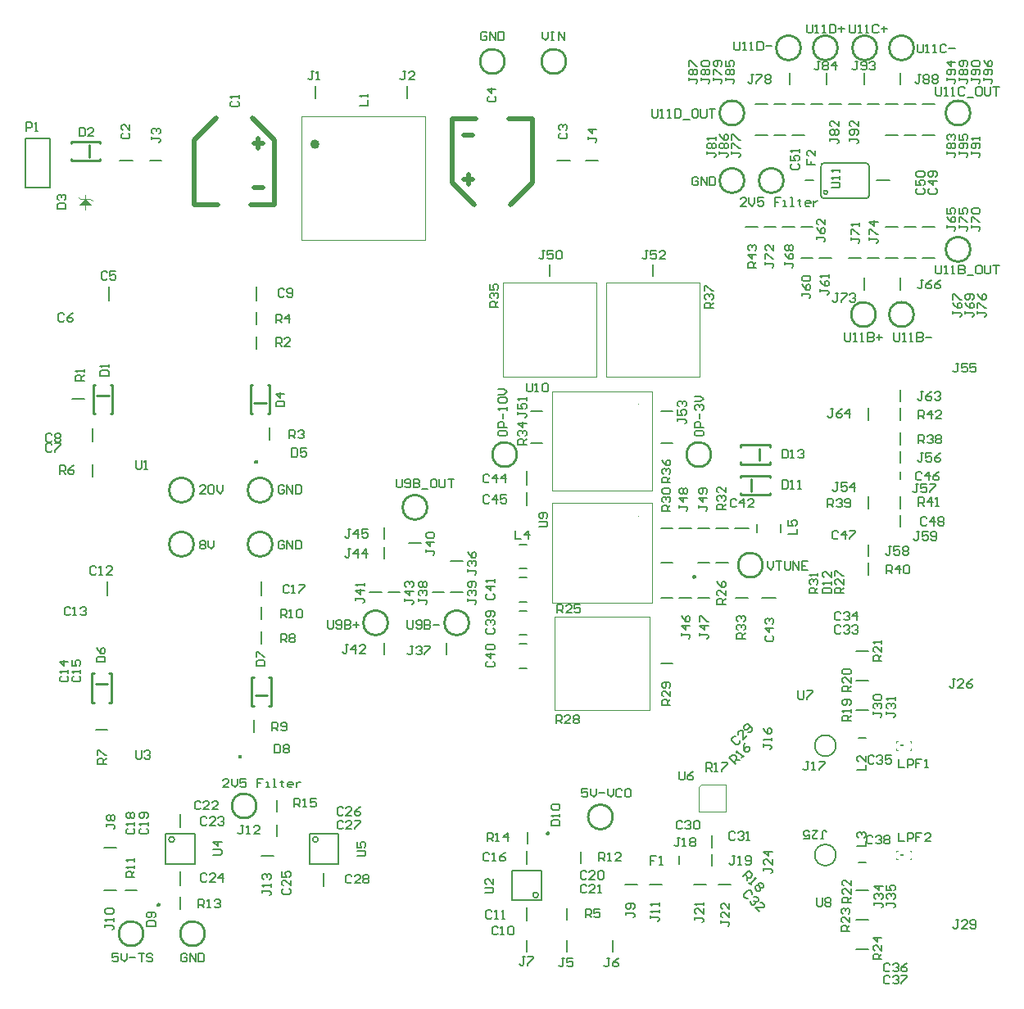
<source format=gto>
%FSLAX23Y23*%
%MOIN*%
G70*
G01*
G75*
%ADD10C,0.010*%
%ADD11C,0.015*%
%ADD12C,0.012*%
%ADD13C,0.020*%
%ADD14R,0.315X0.017*%
%ADD15R,0.157X0.118*%
G04:AMPARAMS|DCode=16|XSize=28mil|YSize=51mil|CornerRadius=4mil|HoleSize=0mil|Usage=FLASHONLY|Rotation=270.000|XOffset=0mil|YOffset=0mil|HoleType=Round|Shape=RoundedRectangle|*
%AMROUNDEDRECTD16*
21,1,0.028,0.043,0,0,270.0*
21,1,0.019,0.051,0,0,270.0*
1,1,0.008,-0.021,-0.010*
1,1,0.008,-0.021,0.010*
1,1,0.008,0.021,0.010*
1,1,0.008,0.021,-0.010*
%
%ADD16ROUNDEDRECTD16*%
G04:AMPARAMS|DCode=17|XSize=24mil|YSize=24mil|CornerRadius=5mil|HoleSize=0mil|Usage=FLASHONLY|Rotation=0.000|XOffset=0mil|YOffset=0mil|HoleType=Round|Shape=RoundedRectangle|*
%AMROUNDEDRECTD17*
21,1,0.024,0.014,0,0,0.0*
21,1,0.014,0.024,0,0,0.0*
1,1,0.009,0.007,-0.007*
1,1,0.009,-0.007,-0.007*
1,1,0.009,-0.007,0.007*
1,1,0.009,0.007,0.007*
%
%ADD17ROUNDEDRECTD17*%
G04:AMPARAMS|DCode=18|XSize=24mil|YSize=24mil|CornerRadius=5mil|HoleSize=0mil|Usage=FLASHONLY|Rotation=270.000|XOffset=0mil|YOffset=0mil|HoleType=Round|Shape=RoundedRectangle|*
%AMROUNDEDRECTD18*
21,1,0.024,0.014,0,0,270.0*
21,1,0.014,0.024,0,0,270.0*
1,1,0.009,-0.007,-0.007*
1,1,0.009,-0.007,0.007*
1,1,0.009,0.007,0.007*
1,1,0.009,0.007,-0.007*
%
%ADD18ROUNDEDRECTD18*%
G04:AMPARAMS|DCode=19|XSize=28mil|YSize=51mil|CornerRadius=4mil|HoleSize=0mil|Usage=FLASHONLY|Rotation=0.000|XOffset=0mil|YOffset=0mil|HoleType=Round|Shape=RoundedRectangle|*
%AMROUNDEDRECTD19*
21,1,0.028,0.043,0,0,0.0*
21,1,0.019,0.051,0,0,0.0*
1,1,0.008,0.010,-0.021*
1,1,0.008,-0.010,-0.021*
1,1,0.008,-0.010,0.021*
1,1,0.008,0.010,0.021*
%
%ADD19ROUNDEDRECTD19*%
G04:AMPARAMS|DCode=20|XSize=24mil|YSize=24mil|CornerRadius=6mil|HoleSize=0mil|Usage=FLASHONLY|Rotation=90.000|XOffset=0mil|YOffset=0mil|HoleType=Round|Shape=RoundedRectangle|*
%AMROUNDEDRECTD20*
21,1,0.024,0.012,0,0,90.0*
21,1,0.012,0.024,0,0,90.0*
1,1,0.012,0.006,0.006*
1,1,0.012,0.006,-0.006*
1,1,0.012,-0.006,-0.006*
1,1,0.012,-0.006,0.006*
%
%ADD20ROUNDEDRECTD20*%
G04:AMPARAMS|DCode=21|XSize=24mil|YSize=24mil|CornerRadius=6mil|HoleSize=0mil|Usage=FLASHONLY|Rotation=135.000|XOffset=0mil|YOffset=0mil|HoleType=Round|Shape=RoundedRectangle|*
%AMROUNDEDRECTD21*
21,1,0.024,0.012,0,0,135.0*
21,1,0.012,0.024,0,0,135.0*
1,1,0.012,0.000,0.008*
1,1,0.012,0.008,0.000*
1,1,0.012,0.000,-0.008*
1,1,0.012,-0.008,0.000*
%
%ADD21ROUNDEDRECTD21*%
G04:AMPARAMS|DCode=22|XSize=24mil|YSize=24mil|CornerRadius=6mil|HoleSize=0mil|Usage=FLASHONLY|Rotation=45.000|XOffset=0mil|YOffset=0mil|HoleType=Round|Shape=RoundedRectangle|*
%AMROUNDEDRECTD22*
21,1,0.024,0.012,0,0,45.0*
21,1,0.012,0.024,0,0,45.0*
1,1,0.012,0.008,0.000*
1,1,0.012,0.000,-0.008*
1,1,0.012,-0.008,0.000*
1,1,0.012,0.000,0.008*
%
%ADD22ROUNDEDRECTD22*%
G04:AMPARAMS|DCode=23|XSize=35mil|YSize=35mil|CornerRadius=5mil|HoleSize=0mil|Usage=FLASHONLY|Rotation=270.000|XOffset=0mil|YOffset=0mil|HoleType=Round|Shape=RoundedRectangle|*
%AMROUNDEDRECTD23*
21,1,0.035,0.025,0,0,270.0*
21,1,0.025,0.035,0,0,270.0*
1,1,0.011,-0.012,-0.012*
1,1,0.011,-0.012,0.012*
1,1,0.011,0.012,0.012*
1,1,0.011,0.012,-0.012*
%
%ADD23ROUNDEDRECTD23*%
G04:AMPARAMS|DCode=24|XSize=31mil|YSize=51mil|CornerRadius=5mil|HoleSize=0mil|Usage=FLASHONLY|Rotation=270.000|XOffset=0mil|YOffset=0mil|HoleType=Round|Shape=RoundedRectangle|*
%AMROUNDEDRECTD24*
21,1,0.031,0.042,0,0,270.0*
21,1,0.022,0.051,0,0,270.0*
1,1,0.009,-0.021,-0.011*
1,1,0.009,-0.021,0.011*
1,1,0.009,0.021,0.011*
1,1,0.009,0.021,-0.011*
%
%ADD24ROUNDEDRECTD24*%
G04:AMPARAMS|DCode=25|XSize=31mil|YSize=51mil|CornerRadius=5mil|HoleSize=0mil|Usage=FLASHONLY|Rotation=0.000|XOffset=0mil|YOffset=0mil|HoleType=Round|Shape=RoundedRectangle|*
%AMROUNDEDRECTD25*
21,1,0.031,0.042,0,0,0.0*
21,1,0.022,0.051,0,0,0.0*
1,1,0.009,0.011,-0.021*
1,1,0.009,-0.011,-0.021*
1,1,0.009,-0.011,0.021*
1,1,0.009,0.011,0.021*
%
%ADD25ROUNDEDRECTD25*%
G04:AMPARAMS|DCode=26|XSize=98mil|YSize=98mil|CornerRadius=10mil|HoleSize=0mil|Usage=FLASHONLY|Rotation=0.000|XOffset=0mil|YOffset=0mil|HoleType=Round|Shape=RoundedRectangle|*
%AMROUNDEDRECTD26*
21,1,0.098,0.079,0,0,0.0*
21,1,0.079,0.098,0,0,0.0*
1,1,0.020,0.039,-0.039*
1,1,0.020,-0.039,-0.039*
1,1,0.020,-0.039,0.039*
1,1,0.020,0.039,0.039*
%
%ADD26ROUNDEDRECTD26*%
G04:AMPARAMS|DCode=27|XSize=13mil|YSize=12mil|CornerRadius=3mil|HoleSize=0mil|Usage=FLASHONLY|Rotation=90.000|XOffset=0mil|YOffset=0mil|HoleType=Round|Shape=RoundedRectangle|*
%AMROUNDEDRECTD27*
21,1,0.013,0.006,0,0,90.0*
21,1,0.007,0.012,0,0,90.0*
1,1,0.006,0.003,0.003*
1,1,0.006,0.003,-0.003*
1,1,0.006,-0.003,-0.003*
1,1,0.006,-0.003,0.003*
%
%ADD27ROUNDEDRECTD27*%
%ADD28R,0.012X0.012*%
G04:AMPARAMS|DCode=29|XSize=12mil|YSize=13mil|CornerRadius=3mil|HoleSize=0mil|Usage=FLASHONLY|Rotation=180.000|XOffset=0mil|YOffset=0mil|HoleType=Round|Shape=RoundedRectangle|*
%AMROUNDEDRECTD29*
21,1,0.012,0.007,0,0,180.0*
21,1,0.006,0.013,0,0,180.0*
1,1,0.006,-0.003,0.003*
1,1,0.006,0.003,0.003*
1,1,0.006,0.003,-0.003*
1,1,0.006,-0.003,-0.003*
%
%ADD29ROUNDEDRECTD29*%
%ADD30R,0.012X0.013*%
%ADD31R,0.012X0.013*%
%ADD32R,0.017X0.070*%
G04:AMPARAMS|DCode=33|XSize=24mil|YSize=24mil|CornerRadius=6mil|HoleSize=0mil|Usage=FLASHONLY|Rotation=0.000|XOffset=0mil|YOffset=0mil|HoleType=Round|Shape=RoundedRectangle|*
%AMROUNDEDRECTD33*
21,1,0.024,0.012,0,0,0.0*
21,1,0.012,0.024,0,0,0.0*
1,1,0.012,0.006,-0.006*
1,1,0.012,-0.006,-0.006*
1,1,0.012,-0.006,0.006*
1,1,0.012,0.006,0.006*
%
%ADD33ROUNDEDRECTD33*%
G04:AMPARAMS|DCode=34|XSize=51mil|YSize=59mil|CornerRadius=8mil|HoleSize=0mil|Usage=FLASHONLY|Rotation=270.000|XOffset=0mil|YOffset=0mil|HoleType=Round|Shape=RoundedRectangle|*
%AMROUNDEDRECTD34*
21,1,0.051,0.044,0,0,270.0*
21,1,0.036,0.059,0,0,270.0*
1,1,0.015,-0.022,-0.018*
1,1,0.015,-0.022,0.018*
1,1,0.015,0.022,0.018*
1,1,0.015,0.022,-0.018*
%
%ADD34ROUNDEDRECTD34*%
G04:AMPARAMS|DCode=35|XSize=106mil|YSize=67mil|CornerRadius=10mil|HoleSize=0mil|Usage=FLASHONLY|Rotation=270.000|XOffset=0mil|YOffset=0mil|HoleType=Round|Shape=RoundedRectangle|*
%AMROUNDEDRECTD35*
21,1,0.106,0.047,0,0,270.0*
21,1,0.086,0.067,0,0,270.0*
1,1,0.020,-0.023,-0.043*
1,1,0.020,-0.023,0.043*
1,1,0.020,0.023,0.043*
1,1,0.020,0.023,-0.043*
%
%ADD35ROUNDEDRECTD35*%
G04:AMPARAMS|DCode=36|XSize=51mil|YSize=59mil|CornerRadius=8mil|HoleSize=0mil|Usage=FLASHONLY|Rotation=180.000|XOffset=0mil|YOffset=0mil|HoleType=Round|Shape=RoundedRectangle|*
%AMROUNDEDRECTD36*
21,1,0.051,0.044,0,0,180.0*
21,1,0.036,0.059,0,0,180.0*
1,1,0.015,-0.018,0.022*
1,1,0.015,0.018,0.022*
1,1,0.015,0.018,-0.022*
1,1,0.015,-0.018,-0.022*
%
%ADD36ROUNDEDRECTD36*%
G04:AMPARAMS|DCode=37|XSize=35mil|YSize=35mil|CornerRadius=5mil|HoleSize=0mil|Usage=FLASHONLY|Rotation=0.000|XOffset=0mil|YOffset=0mil|HoleType=Round|Shape=RoundedRectangle|*
%AMROUNDEDRECTD37*
21,1,0.035,0.025,0,0,0.0*
21,1,0.025,0.035,0,0,0.0*
1,1,0.011,0.012,-0.012*
1,1,0.011,-0.012,-0.012*
1,1,0.011,-0.012,0.012*
1,1,0.011,0.012,0.012*
%
%ADD37ROUNDEDRECTD37*%
G04:AMPARAMS|DCode=38|XSize=47mil|YSize=47mil|CornerRadius=7mil|HoleSize=0mil|Usage=FLASHONLY|Rotation=270.000|XOffset=0mil|YOffset=0mil|HoleType=Round|Shape=RoundedRectangle|*
%AMROUNDEDRECTD38*
21,1,0.047,0.033,0,0,270.0*
21,1,0.033,0.047,0,0,270.0*
1,1,0.014,-0.017,-0.017*
1,1,0.014,-0.017,0.017*
1,1,0.014,0.017,0.017*
1,1,0.014,0.017,-0.017*
%
%ADD38ROUNDEDRECTD38*%
G04:AMPARAMS|DCode=39|XSize=51mil|YSize=47mil|CornerRadius=7mil|HoleSize=0mil|Usage=FLASHONLY|Rotation=90.000|XOffset=0mil|YOffset=0mil|HoleType=Round|Shape=RoundedRectangle|*
%AMROUNDEDRECTD39*
21,1,0.051,0.033,0,0,90.0*
21,1,0.037,0.047,0,0,90.0*
1,1,0.014,0.017,0.019*
1,1,0.014,0.017,-0.019*
1,1,0.014,-0.017,-0.019*
1,1,0.014,-0.017,0.019*
%
%ADD39ROUNDEDRECTD39*%
G04:AMPARAMS|DCode=40|XSize=114mil|YSize=213mil|CornerRadius=29mil|HoleSize=0mil|Usage=FLASHONLY|Rotation=90.000|XOffset=0mil|YOffset=0mil|HoleType=Round|Shape=RoundedRectangle|*
%AMROUNDEDRECTD40*
21,1,0.114,0.156,0,0,90.0*
21,1,0.057,0.213,0,0,90.0*
1,1,0.057,0.078,0.029*
1,1,0.057,0.078,-0.029*
1,1,0.057,-0.078,-0.029*
1,1,0.057,-0.078,0.029*
%
%ADD40ROUNDEDRECTD40*%
G04:AMPARAMS|DCode=41|XSize=47mil|YSize=47mil|CornerRadius=12mil|HoleSize=0mil|Usage=FLASHONLY|Rotation=90.000|XOffset=0mil|YOffset=0mil|HoleType=Round|Shape=RoundedRectangle|*
%AMROUNDEDRECTD41*
21,1,0.047,0.024,0,0,90.0*
21,1,0.024,0.047,0,0,90.0*
1,1,0.024,0.012,0.012*
1,1,0.024,0.012,-0.012*
1,1,0.024,-0.012,-0.012*
1,1,0.024,-0.012,0.012*
%
%ADD41ROUNDEDRECTD41*%
G04:AMPARAMS|DCode=42|XSize=47mil|YSize=47mil|CornerRadius=12mil|HoleSize=0mil|Usage=FLASHONLY|Rotation=0.000|XOffset=0mil|YOffset=0mil|HoleType=Round|Shape=RoundedRectangle|*
%AMROUNDEDRECTD42*
21,1,0.047,0.024,0,0,0.0*
21,1,0.024,0.047,0,0,0.0*
1,1,0.024,0.012,-0.012*
1,1,0.024,-0.012,-0.012*
1,1,0.024,-0.012,0.012*
1,1,0.024,0.012,0.012*
%
%ADD42ROUNDEDRECTD42*%
G04:AMPARAMS|DCode=43|XSize=32mil|YSize=28mil|CornerRadius=3mil|HoleSize=0mil|Usage=FLASHONLY|Rotation=180.000|XOffset=0mil|YOffset=0mil|HoleType=Round|Shape=RoundedRectangle|*
%AMROUNDEDRECTD43*
21,1,0.032,0.021,0,0,180.0*
21,1,0.025,0.028,0,0,180.0*
1,1,0.007,-0.012,0.010*
1,1,0.007,0.012,0.010*
1,1,0.007,0.012,-0.010*
1,1,0.007,-0.012,-0.010*
%
%ADD43ROUNDEDRECTD43*%
G04:AMPARAMS|DCode=44|XSize=12mil|YSize=26mil|CornerRadius=1mil|HoleSize=0mil|Usage=FLASHONLY|Rotation=90.000|XOffset=0mil|YOffset=0mil|HoleType=Round|Shape=RoundedRectangle|*
%AMROUNDEDRECTD44*
21,1,0.012,0.023,0,0,90.0*
21,1,0.009,0.026,0,0,90.0*
1,1,0.003,0.012,0.004*
1,1,0.003,0.012,-0.004*
1,1,0.003,-0.012,-0.004*
1,1,0.003,-0.012,0.004*
%
%ADD44ROUNDEDRECTD44*%
%ADD45R,0.110X0.085*%
%ADD46R,0.120X0.090*%
%ADD47R,0.060X0.060*%
G04:AMPARAMS|DCode=48|XSize=59mil|YSize=157mil|CornerRadius=15mil|HoleSize=0mil|Usage=FLASHONLY|Rotation=0.000|XOffset=0mil|YOffset=0mil|HoleType=Round|Shape=RoundedRectangle|*
%AMROUNDEDRECTD48*
21,1,0.059,0.128,0,0,0.0*
21,1,0.030,0.157,0,0,0.0*
1,1,0.030,0.015,-0.064*
1,1,0.030,-0.015,-0.064*
1,1,0.030,-0.015,0.064*
1,1,0.030,0.015,0.064*
%
%ADD48ROUNDEDRECTD48*%
G04:AMPARAMS|DCode=49|XSize=421mil|YSize=339mil|CornerRadius=34mil|HoleSize=0mil|Usage=FLASHONLY|Rotation=0.000|XOffset=0mil|YOffset=0mil|HoleType=Round|Shape=RoundedRectangle|*
%AMROUNDEDRECTD49*
21,1,0.421,0.271,0,0,0.0*
21,1,0.354,0.339,0,0,0.0*
1,1,0.068,0.177,-0.135*
1,1,0.068,-0.177,-0.135*
1,1,0.068,-0.177,0.135*
1,1,0.068,0.177,0.135*
%
%ADD49ROUNDEDRECTD49*%
G04:AMPARAMS|DCode=50|XSize=16mil|YSize=40mil|CornerRadius=4mil|HoleSize=0mil|Usage=FLASHONLY|Rotation=270.000|XOffset=0mil|YOffset=0mil|HoleType=Round|Shape=RoundedRectangle|*
%AMROUNDEDRECTD50*
21,1,0.016,0.032,0,0,270.0*
21,1,0.008,0.040,0,0,270.0*
1,1,0.008,-0.016,-0.004*
1,1,0.008,-0.016,0.004*
1,1,0.008,0.016,0.004*
1,1,0.008,0.016,-0.004*
%
%ADD50ROUNDEDRECTD50*%
%ADD51R,0.051X0.106*%
%ADD52R,0.106X0.051*%
G04:AMPARAMS|DCode=53|XSize=98mil|YSize=138mil|CornerRadius=25mil|HoleSize=0mil|Usage=FLASHONLY|Rotation=0.000|XOffset=0mil|YOffset=0mil|HoleType=Round|Shape=RoundedRectangle|*
%AMROUNDEDRECTD53*
21,1,0.098,0.089,0,0,0.0*
21,1,0.049,0.138,0,0,0.0*
1,1,0.049,0.025,-0.044*
1,1,0.049,-0.025,-0.044*
1,1,0.049,-0.025,0.044*
1,1,0.049,0.025,0.044*
%
%ADD53ROUNDEDRECTD53*%
G04:AMPARAMS|DCode=54|XSize=47mil|YSize=47mil|CornerRadius=7mil|HoleSize=0mil|Usage=FLASHONLY|Rotation=180.000|XOffset=0mil|YOffset=0mil|HoleType=Round|Shape=RoundedRectangle|*
%AMROUNDEDRECTD54*
21,1,0.047,0.033,0,0,180.0*
21,1,0.033,0.047,0,0,180.0*
1,1,0.014,-0.017,0.017*
1,1,0.014,0.017,0.017*
1,1,0.014,0.017,-0.017*
1,1,0.014,-0.017,-0.017*
%
%ADD54ROUNDEDRECTD54*%
%ADD55C,0.017*%
%ADD56C,0.025*%
%ADD57C,0.014*%
%ADD58C,0.079*%
%ADD59C,0.067*%
%ADD60R,0.051X0.051*%
%ADD61C,0.051*%
%ADD62C,0.059*%
%ADD63R,0.059X0.059*%
%ADD64C,0.028*%
%ADD65C,0.016*%
%ADD66C,0.080*%
%ADD67C,0.030*%
%ADD68C,0.006*%
%ADD69C,0.016*%
%ADD70C,0.020*%
%ADD71C,0.008*%
%ADD72C,0.006*%
%ADD73C,0.003*%
%ADD74C,0.004*%
%ADD75C,0.004*%
%ADD76C,0.003*%
%ADD77C,0.008*%
%ADD78R,0.017X0.008*%
G36*
X1313Y4253D02*
X1257D01*
X1285Y4280D01*
X1313Y4253D01*
D02*
G37*
D10*
X4125Y4355D02*
G03*
X4125Y4355I-50J0D01*
G01*
X1520Y1290D02*
G03*
X1520Y1290I-50J0D01*
G01*
X2845Y2555D02*
G03*
X2845Y2555I-50J0D01*
G01*
X1770Y1290D02*
G03*
X1770Y1290I-50J0D01*
G01*
X3240Y4840D02*
G03*
X3240Y4840I-50J0D01*
G01*
X4040Y2790D02*
G03*
X4040Y2790I-50J0D01*
G01*
X2990Y4840D02*
G03*
X2990Y4840I-50J0D01*
G01*
X3830Y3240D02*
G03*
X3830Y3240I-50J0D01*
G01*
X3430Y1765D02*
G03*
X3430Y1765I-50J0D01*
G01*
X2045Y2875D02*
G03*
X2045Y2875I-50J0D01*
G01*
X2515Y2555D02*
G03*
X2515Y2555I-50J0D01*
G01*
X3040Y3240D02*
G03*
X3040Y3240I-50J0D01*
G01*
X2675Y3025D02*
G03*
X2675Y3025I-50J0D01*
G01*
X1980Y1810D02*
G03*
X1980Y1810I-50J0D01*
G01*
X1725Y3095D02*
G03*
X1725Y3095I-50J0D01*
G01*
X4655Y3810D02*
G03*
X4655Y3810I-50J0D01*
G01*
X1725Y2875D02*
G03*
X1725Y2875I-50J0D01*
G01*
X2045Y3095D02*
G03*
X2045Y3095I-50J0D01*
G01*
X4195Y4895D02*
G03*
X4195Y4895I-50J0D01*
G01*
X4885Y4075D02*
G03*
X4885Y4075I-50J0D01*
G01*
X4505Y4895D02*
G03*
X4505Y4895I-50J0D01*
G01*
X4345D02*
G03*
X4345Y4895I-50J0D01*
G01*
X4885Y4630D02*
G03*
X4885Y4630I-50J0D01*
G01*
X4500Y3810D02*
G03*
X4500Y3810I-50J0D01*
G01*
X3965Y4355D02*
G03*
X3965Y4355I-50J0D01*
G01*
Y4630D02*
G03*
X3965Y4630I-50J0D01*
G01*
X4655Y4895D02*
G03*
X4655Y4895I-50J0D01*
G01*
X2039Y2216D02*
Y2334D01*
X1961Y2216D02*
Y2334D01*
Y2216D02*
X1969D01*
X2031D02*
X2039D01*
X2031Y2334D02*
X2039D01*
X1961D02*
X1969D01*
X1976Y2259D02*
X2024D01*
X3994Y3091D02*
Y3139D01*
X4069Y3146D02*
Y3154D01*
Y3076D02*
Y3084D01*
X3951Y3076D02*
Y3084D01*
Y3146D02*
Y3154D01*
X4069D01*
X3951Y3076D02*
X4069D01*
X4026Y3216D02*
Y3264D01*
X3951Y3201D02*
Y3209D01*
Y3271D02*
Y3279D01*
X4069Y3271D02*
Y3279D01*
Y3201D02*
Y3209D01*
X3951Y3201D02*
X4069D01*
X3951Y3279D02*
X4069D01*
X1311Y2231D02*
Y2349D01*
X1389Y2231D02*
Y2349D01*
X1381D02*
X1389D01*
X1311D02*
X1319D01*
X1311Y2231D02*
X1319D01*
X1381D02*
X1389D01*
X1326Y2306D02*
X1374D01*
X1226Y4514D02*
X1344D01*
X1226Y4436D02*
X1344D01*
Y4444D01*
Y4506D02*
Y4514D01*
X1226Y4506D02*
Y4514D01*
Y4436D02*
Y4444D01*
X1301Y4451D02*
Y4499D01*
X2034Y3406D02*
Y3524D01*
X1956Y3406D02*
Y3524D01*
Y3406D02*
X1964D01*
X2026D02*
X2034D01*
X2026Y3524D02*
X2034D01*
X1956D02*
X1964D01*
X1971Y3449D02*
X2019D01*
X1316Y3406D02*
Y3524D01*
X1394Y3406D02*
Y3524D01*
X1386D02*
X1394D01*
X1316D02*
X1324D01*
X1316Y3406D02*
X1324D01*
X1386D02*
X1394D01*
X1331Y3481D02*
X1379D01*
D13*
X1969Y4325D02*
X2008D01*
X1969Y4506D02*
X2008D01*
X1988Y4486D02*
Y4525D01*
X2053Y4258D02*
Y4520D01*
X1727Y4258D02*
Y4520D01*
Y4258D02*
X1823D01*
X1957D02*
X2053D01*
X1963Y4610D02*
X2053Y4520D01*
X1727Y4520D02*
X1817Y4610D01*
X2822Y4540D02*
X2861D01*
X2822Y4359D02*
X2861D01*
X2842Y4340D02*
Y4379D01*
X2777Y4345D02*
Y4607D01*
X3103Y4345D02*
Y4607D01*
X3007D02*
X3103D01*
X2777D02*
X2873D01*
X2777Y4345D02*
X2867Y4255D01*
X3013D02*
X3103Y4345D01*
D68*
X4304Y4307D02*
G03*
X4304Y4307I-8J0D01*
G01*
X4278Y4293D02*
G03*
X4288Y4283I10J0D01*
G01*
X4462D02*
G03*
X4472Y4293I0J10D01*
G01*
Y4416D02*
G03*
X4462Y4426I-10J0D01*
G01*
X4288D02*
G03*
X4278Y4416I0J-10D01*
G01*
X4278Y4293D02*
Y4414D01*
X4288Y4283D02*
X4462D01*
X4472Y4293D02*
Y4416D01*
X4288Y4426D02*
X4462D01*
D69*
X3762Y2742D02*
G03*
X3762Y2742I-1J0D01*
G01*
X1979Y3210D02*
G03*
X1979Y3210I-1J0D01*
G01*
X1914Y2010D02*
G03*
X1914Y2010I-1J0D01*
G01*
X3166Y1698D02*
G03*
X3166Y1698I-1J0D01*
G01*
X1582Y1407D02*
G03*
X1582Y1407I-1J0D01*
G01*
D70*
X2227Y4503D02*
G03*
X2227Y4503I-9J0D01*
G01*
D71*
X4338Y1610D02*
G03*
X4338Y1610I-43J0D01*
G01*
Y2055D02*
G03*
X4338Y2055I-43J0D01*
G01*
X4616Y4540D02*
X4664D01*
X4691Y4665D02*
X4739D01*
X3175Y3966D02*
Y4014D01*
X3626Y3415D02*
X3674D01*
X4455Y4746D02*
Y4794D01*
X4466Y4665D02*
X4514D01*
X3096Y3415D02*
X3144D01*
X4600Y3139D02*
Y3171D01*
Y3206D02*
Y3254D01*
X4196Y4040D02*
X4244D01*
X4196Y4165D02*
X4244D01*
X4600Y3456D02*
Y3504D01*
X4470Y3381D02*
Y3429D01*
X4121Y4165D02*
X4169D01*
X4046D02*
X4094D01*
X3626Y2940D02*
X3674D01*
X4470Y2751D02*
Y2799D01*
X4600Y3021D02*
Y3069D01*
Y3381D02*
Y3429D01*
X3971Y4165D02*
X4019D01*
X1315Y3151D02*
Y3199D01*
X3761Y1490D02*
X3809D01*
X1231Y3465D02*
X1279D01*
X3080Y1216D02*
Y1264D01*
X3245Y1346D02*
Y1394D01*
X4502Y4355D02*
X4558D01*
X1446Y1465D02*
X1494D01*
X1326Y2120D02*
X1374D01*
X2001Y1605D02*
X2049D01*
X3835Y1641D02*
Y1689D01*
X3861Y1490D02*
X3909D01*
X3049Y2506D02*
X3081D01*
X3049Y2604D02*
X3081D01*
X3430Y1216D02*
Y1264D01*
X3080Y3117D02*
Y3173D01*
X4214Y4355D02*
X4246D01*
X3300Y1576D02*
Y1624D01*
X3581Y1490D02*
X3629D01*
X3080Y1572D02*
Y1628D01*
X3927Y2940D02*
X3983D01*
X1361Y1465D02*
X1409D01*
X3835Y1566D02*
Y1614D01*
X1361Y1640D02*
X1409D01*
X3481Y1490D02*
X3529D01*
X3080Y1342D02*
Y1398D01*
X4600Y2946D02*
Y2994D01*
X3049Y2371D02*
X3081D01*
X3049Y2469D02*
X3081D01*
X3049Y2641D02*
X3081D01*
X3049Y2739D02*
X3081D01*
X4037Y2655D02*
X4093D01*
X3626Y2390D02*
X3674D01*
X4429Y1580D02*
X4461D01*
X4429Y2085D02*
X4461D01*
X2065Y1686D02*
Y1734D01*
X2314Y1573D02*
Y1695D01*
X2196Y1573D02*
X2314D01*
X2196D02*
Y1695D01*
X2314D01*
X2065Y1786D02*
Y1834D01*
X4161Y4540D02*
X4209D01*
X4541D02*
X4589D01*
X4086Y4665D02*
X4134D01*
X4236D02*
X4284D01*
X4161D02*
X4209D01*
X4150Y4746D02*
Y4794D01*
X4616Y4665D02*
X4664D01*
X4600Y3911D02*
Y3959D01*
X4616Y4165D02*
X4664D01*
X4391Y4665D02*
X4439D01*
X4541D02*
X4589D01*
X4086Y4540D02*
X4134D01*
X4455Y3911D02*
Y3959D01*
X4391Y4040D02*
X4439D01*
X4011Y4665D02*
X4059D01*
X4616Y4040D02*
X4664D01*
X4691Y4165D02*
X4739D01*
X4541D02*
X4589D01*
X4600Y4746D02*
Y4794D01*
X4466Y4040D02*
X4514D01*
X4311Y4665D02*
X4359D01*
X4691Y4540D02*
X4739D01*
X4300Y4746D02*
Y4794D01*
X3595Y3966D02*
Y4014D01*
X4691Y4040D02*
X4739D01*
X4011Y4540D02*
X4059D01*
X4541Y4040D02*
X4589D01*
X3701Y2940D02*
X3749D01*
X3096Y3285D02*
X3144D01*
X3049Y2776D02*
X3081D01*
X3049Y2874D02*
X3081D01*
X4016Y2924D02*
Y2956D01*
X4114Y2924D02*
Y2956D01*
X3701Y2655D02*
X3749D01*
X2516Y2680D02*
X2564D01*
X2500Y2896D02*
Y2944D01*
X3626Y3285D02*
X3674D01*
X4600Y3281D02*
Y3329D01*
X2441Y2680D02*
X2489D01*
X4421Y1225D02*
X4469D01*
X3776Y2655D02*
X3824D01*
X2771Y2805D02*
X2819D01*
X3851Y2940D02*
X3899D01*
X4421Y1465D02*
X4469D01*
X2696Y2680D02*
X2744D01*
X3626Y2655D02*
X3674D01*
X2601Y2880D02*
X2649D01*
X2755Y2426D02*
Y2474D01*
X3776Y2800D02*
X3824D01*
X4470Y3021D02*
Y3069D01*
X2500Y2816D02*
Y2864D01*
Y2426D02*
Y2474D01*
X2771Y2680D02*
X2819D01*
X3776Y2940D02*
X3824D01*
X4421Y1345D02*
X4469D01*
X3931Y2655D02*
X3979D01*
X3851Y2800D02*
X3899D01*
X3626D02*
X3674D01*
X3080Y3032D02*
Y3088D01*
X1380Y3867D02*
Y3923D01*
X1422Y4435D02*
X1478D01*
X1611Y1695D02*
X1729D01*
X1611Y1573D02*
Y1695D01*
Y1573D02*
X1729D01*
Y1695D01*
X3202Y4435D02*
X3258D01*
X4421Y2320D02*
X4469D01*
X2000Y2571D02*
Y2619D01*
X1315Y3292D02*
Y3348D01*
X1670Y1391D02*
Y1439D01*
X1980Y3867D02*
Y3923D01*
X4421Y2440D02*
X4469D01*
X3021Y1425D02*
X3139D01*
Y1547D01*
X3021D02*
X3139D01*
X3021Y1425D02*
Y1547D01*
X3085Y1656D02*
Y1704D01*
X4421Y2200D02*
X4469D01*
X2000Y2667D02*
Y2723D01*
X1375Y2667D02*
Y2723D01*
X4271Y4040D02*
X4319D01*
X4470Y2826D02*
Y2874D01*
X2000Y2471D02*
Y2519D01*
X3245Y1216D02*
Y1264D01*
X2255Y1482D02*
Y1538D01*
X2220Y4691D02*
Y4739D01*
X1546Y4435D02*
X1594D01*
X1980Y3671D02*
Y3719D01*
X2035Y3301D02*
Y3349D01*
X1040Y4325D02*
X1140D01*
X1040D02*
Y4525D01*
X1140D01*
Y4325D02*
Y4525D01*
X1670Y1722D02*
Y1778D01*
X2595Y4691D02*
Y4739D01*
X1670Y1487D02*
Y1543D01*
X1980Y3771D02*
Y3819D01*
X3700Y1574D02*
Y1606D01*
X1970Y2111D02*
Y2159D01*
X3321Y4435D02*
X3369D01*
D72*
X2231Y1673D02*
G03*
X2231Y1673I-11J0D01*
G01*
X1646D02*
G03*
X1646Y1673I-11J0D01*
G01*
X3127Y1447D02*
G03*
X3127Y1447I-11J0D01*
G01*
D73*
X3780Y1785D02*
Y1886D01*
X3789Y1895D01*
X3890D01*
X3780Y1785D02*
X3890D01*
Y1895D01*
D74*
X2163Y4617D02*
X2667D01*
X2163Y4113D02*
Y4617D01*
Y4113D02*
X2667D01*
Y4617D01*
D75*
X4585Y2037D02*
Y2043D01*
Y2067D02*
Y2073D01*
X4645Y2037D02*
Y2043D01*
Y2067D02*
Y2073D01*
X4585Y2037D02*
X4591D01*
X4639D02*
X4645D01*
X4639Y2073D02*
X4645D01*
X4585D02*
X4591D01*
X4585Y1592D02*
Y1598D01*
Y1622D02*
Y1628D01*
X4645Y1592D02*
Y1598D01*
Y1622D02*
Y1628D01*
X4585Y1592D02*
X4591D01*
X4639D02*
X4645D01*
X4639Y1628D02*
X4645D01*
X4585D02*
X4591D01*
X3195Y2200D02*
X3580D01*
Y2580D01*
X3195D02*
X3580D01*
X3195Y2200D02*
Y2580D01*
X3785Y3555D02*
Y3940D01*
X3405D02*
X3785D01*
X3405Y3555D02*
Y3940D01*
Y3555D02*
X3785D01*
X3535Y2990D02*
X3535Y2990D01*
X3185Y2639D02*
Y3043D01*
X3589D01*
Y2638D02*
Y3043D01*
X3185Y2638D02*
X3589D01*
X3185D02*
Y2639D01*
Y3093D02*
Y3094D01*
Y3093D02*
X3589D01*
Y3498D01*
X3185D02*
X3589D01*
X3185Y3094D02*
Y3498D01*
X3535Y3445D02*
X3535Y3445D01*
X2985Y3555D02*
X3365D01*
X2985D02*
Y3940D01*
X3365D01*
Y3555D02*
Y3940D01*
D76*
X1257Y4288D02*
X1265Y4280D01*
X1265D01*
X1265D02*
X1265D01*
X1305D02*
X1313Y4272D01*
X1265Y4280D02*
X1305D01*
X1285Y4284D02*
Y4288D01*
Y4237D02*
Y4296D01*
D77*
X4838Y3610D02*
X4827D01*
X4832D01*
Y3581D01*
X4827Y3575D01*
X4821D01*
X4815Y3581D01*
X4873Y3610D02*
X4850D01*
Y3592D01*
X4862Y3598D01*
X4867D01*
X4873Y3592D01*
Y3581D01*
X4867Y3575D01*
X4856D01*
X4850Y3581D01*
X4908Y3610D02*
X4885D01*
Y3592D01*
X4897Y3598D01*
X4902D01*
X4908Y3592D01*
Y3581D01*
X4902Y3575D01*
X4891D01*
X4885Y3581D01*
X4823Y2325D02*
X4812D01*
X4817D01*
Y2296D01*
X4812Y2290D01*
X4806D01*
X4800Y2296D01*
X4858Y2290D02*
X4835D01*
X4858Y2313D01*
Y2319D01*
X4852Y2325D01*
X4841D01*
X4835Y2319D01*
X4893Y2325D02*
X4882Y2319D01*
X4870Y2307D01*
Y2296D01*
X4876Y2290D01*
X4887D01*
X4893Y2296D01*
Y2302D01*
X4887Y2307D01*
X4870D01*
X4838Y1345D02*
X4827D01*
X4832D01*
Y1316D01*
X4827Y1310D01*
X4821D01*
X4815Y1316D01*
X4873Y1310D02*
X4850D01*
X4873Y1333D01*
Y1339D01*
X4867Y1345D01*
X4856D01*
X4850Y1339D01*
X4885Y1316D02*
X4891Y1310D01*
X4902D01*
X4908Y1316D01*
Y1339D01*
X4902Y1345D01*
X4891D01*
X4885Y1339D01*
Y1333D01*
X4891Y1327D01*
X4908D01*
X4840Y4473D02*
Y4462D01*
Y4467D01*
X4869D01*
X4875Y4462D01*
Y4456D01*
X4869Y4450D01*
Y4485D02*
X4875Y4491D01*
Y4502D01*
X4869Y4508D01*
X4846D01*
X4840Y4502D01*
Y4491D01*
X4846Y4485D01*
X4852D01*
X4858Y4491D01*
Y4508D01*
X4840Y4543D02*
Y4520D01*
X4858D01*
X4852Y4532D01*
Y4537D01*
X4858Y4543D01*
X4869D01*
X4875Y4537D01*
Y4526D01*
X4869Y4520D01*
X4940Y4773D02*
Y4762D01*
Y4767D01*
X4969D01*
X4975Y4762D01*
Y4756D01*
X4969Y4750D01*
Y4785D02*
X4975Y4791D01*
Y4802D01*
X4969Y4808D01*
X4946D01*
X4940Y4802D01*
Y4791D01*
X4946Y4785D01*
X4952D01*
X4958Y4791D01*
Y4808D01*
X4940Y4843D02*
X4946Y4832D01*
X4958Y4820D01*
X4969D01*
X4975Y4826D01*
Y4837D01*
X4969Y4843D01*
X4963D01*
X4958Y4837D01*
Y4820D01*
X4428Y4840D02*
X4417D01*
X4422D01*
Y4811D01*
X4417Y4805D01*
X4411D01*
X4405Y4811D01*
X4440D02*
X4446Y4805D01*
X4457D01*
X4463Y4811D01*
Y4834D01*
X4457Y4840D01*
X4446D01*
X4440Y4834D01*
Y4828D01*
X4446Y4822D01*
X4463D01*
X4475Y4834D02*
X4481Y4840D01*
X4492D01*
X4498Y4834D01*
Y4828D01*
X4492Y4822D01*
X4487D01*
X4492D01*
X4498Y4817D01*
Y4811D01*
X4492Y4805D01*
X4481D01*
X4475Y4811D01*
X4790Y4773D02*
Y4762D01*
Y4767D01*
X4819D01*
X4825Y4762D01*
Y4756D01*
X4819Y4750D01*
Y4785D02*
X4825Y4791D01*
Y4802D01*
X4819Y4808D01*
X4796D01*
X4790Y4802D01*
Y4791D01*
X4796Y4785D01*
X4802D01*
X4808Y4791D01*
Y4808D01*
X4825Y4837D02*
X4790D01*
X4808Y4820D01*
Y4843D01*
X3931Y2092D02*
X3923D01*
X3914Y2084D01*
Y2076D01*
X3931Y2059D01*
X3939D01*
X3947Y2067D01*
X3947Y2076D01*
X3976Y2096D02*
X3960Y2080D01*
Y2113D01*
X3956Y2117D01*
X3947D01*
X3939Y2109D01*
X3939Y2100D01*
X3980Y2109D02*
X3989D01*
X3997Y2117D01*
X3997Y2125D01*
X3980Y2142D01*
X3972D01*
X3964Y2133D01*
Y2125D01*
X3968Y2121D01*
X3976D01*
X3989Y2133D01*
X3713Y1744D02*
X3707Y1750D01*
X3696D01*
X3690Y1744D01*
Y1721D01*
X3696Y1715D01*
X3707D01*
X3713Y1721D01*
X3725Y1744D02*
X3731Y1750D01*
X3742D01*
X3748Y1744D01*
Y1738D01*
X3742Y1732D01*
X3737D01*
X3742D01*
X3748Y1727D01*
Y1721D01*
X3742Y1715D01*
X3731D01*
X3725Y1721D01*
X3760Y1744D02*
X3766Y1750D01*
X3777D01*
X3783Y1744D01*
Y1721D01*
X3777Y1715D01*
X3766D01*
X3760Y1721D01*
Y1744D01*
X3928Y1699D02*
X3922Y1705D01*
X3911D01*
X3905Y1699D01*
Y1676D01*
X3911Y1670D01*
X3922D01*
X3928Y1676D01*
X3940Y1699D02*
X3946Y1705D01*
X3957D01*
X3963Y1699D01*
Y1693D01*
X3957Y1687D01*
X3952D01*
X3957D01*
X3963Y1682D01*
Y1676D01*
X3957Y1670D01*
X3946D01*
X3940Y1676D01*
X3975Y1670D02*
X3987D01*
X3981D01*
Y1705D01*
X3975Y1699D01*
X3997Y1449D02*
Y1457D01*
X3989Y1466D01*
X3981D01*
X3964Y1449D01*
Y1441D01*
X3972Y1433D01*
X3981Y1433D01*
X4005Y1441D02*
X4014Y1441D01*
X4022Y1433D01*
Y1424D01*
X4018Y1420D01*
X4009D01*
X4005Y1424D01*
X4009Y1420D01*
X4009Y1412D01*
X4005Y1408D01*
X3997Y1408D01*
X3989Y1416D01*
Y1424D01*
X4026Y1379D02*
X4009Y1396D01*
X4042D01*
X4047Y1400D01*
Y1408D01*
X4038Y1416D01*
X4030D01*
X4688Y3164D02*
X4682Y3170D01*
X4671D01*
X4665Y3164D01*
Y3141D01*
X4671Y3135D01*
X4682D01*
X4688Y3141D01*
X4717Y3135D02*
Y3170D01*
X4700Y3152D01*
X4723D01*
X4758Y3170D02*
X4747Y3164D01*
X4735Y3152D01*
Y3141D01*
X4741Y3135D01*
X4752D01*
X4758Y3141D01*
Y3147D01*
X4752Y3152D01*
X4735D01*
X4348Y3125D02*
X4337D01*
X4342D01*
Y3096D01*
X4337Y3090D01*
X4331D01*
X4325Y3096D01*
X4383Y3125D02*
X4360D01*
Y3107D01*
X4372Y3113D01*
X4377D01*
X4383Y3107D01*
Y3096D01*
X4377Y3090D01*
X4366D01*
X4360Y3096D01*
X4412Y3090D02*
Y3125D01*
X4395Y3107D01*
X4418D01*
X4693Y3245D02*
X4682D01*
X4687D01*
Y3216D01*
X4682Y3210D01*
X4676D01*
X4670Y3216D01*
X4728Y3245D02*
X4705D01*
Y3227D01*
X4717Y3233D01*
X4722D01*
X4728Y3227D01*
Y3216D01*
X4722Y3210D01*
X4711D01*
X4705Y3216D01*
X4763Y3245D02*
X4752Y3239D01*
X4740Y3227D01*
Y3216D01*
X4746Y3210D01*
X4757D01*
X4763Y3216D01*
Y3222D01*
X4757Y3227D01*
X4740D01*
X4673Y3120D02*
X4662D01*
X4667D01*
Y3091D01*
X4662Y3085D01*
X4656D01*
X4650Y3091D01*
X4708Y3120D02*
X4685D01*
Y3102D01*
X4697Y3108D01*
X4702D01*
X4708Y3102D01*
Y3091D01*
X4702Y3085D01*
X4691D01*
X4685Y3091D01*
X4720Y3120D02*
X4743D01*
Y3114D01*
X4720Y3091D01*
Y3085D01*
X4678Y2925D02*
X4667D01*
X4672D01*
Y2896D01*
X4667Y2890D01*
X4661D01*
X4655Y2896D01*
X4713Y2925D02*
X4690D01*
Y2907D01*
X4702Y2913D01*
X4707D01*
X4713Y2907D01*
Y2896D01*
X4707Y2890D01*
X4696D01*
X4690Y2896D01*
X4725D02*
X4731Y2890D01*
X4742D01*
X4748Y2896D01*
Y2919D01*
X4742Y2925D01*
X4731D01*
X4725Y2919D01*
Y2913D01*
X4731Y2907D01*
X4748D01*
X4200Y3898D02*
Y3887D01*
Y3892D01*
X4229D01*
X4235Y3887D01*
Y3881D01*
X4229Y3875D01*
X4200Y3933D02*
X4206Y3922D01*
X4218Y3910D01*
X4229D01*
X4235Y3916D01*
Y3927D01*
X4229Y3933D01*
X4223D01*
X4218Y3927D01*
Y3910D01*
X4206Y3945D02*
X4200Y3951D01*
Y3962D01*
X4206Y3968D01*
X4229D01*
X4235Y3962D01*
Y3951D01*
X4229Y3945D01*
X4206D01*
X4260Y4128D02*
Y4117D01*
Y4122D01*
X4289D01*
X4295Y4117D01*
Y4111D01*
X4289Y4105D01*
X4260Y4163D02*
X4266Y4152D01*
X4278Y4140D01*
X4289D01*
X4295Y4146D01*
Y4157D01*
X4289Y4163D01*
X4283D01*
X4278Y4157D01*
Y4140D01*
X4295Y4198D02*
Y4175D01*
X4272Y4198D01*
X4266D01*
X4260Y4192D01*
Y4181D01*
X4266Y4175D01*
X4693Y3495D02*
X4682D01*
X4687D01*
Y3466D01*
X4682Y3460D01*
X4676D01*
X4670Y3466D01*
X4728Y3495D02*
X4717Y3489D01*
X4705Y3477D01*
Y3466D01*
X4711Y3460D01*
X4722D01*
X4728Y3466D01*
Y3472D01*
X4722Y3477D01*
X4705D01*
X4740Y3489D02*
X4746Y3495D01*
X4757D01*
X4763Y3489D01*
Y3483D01*
X4757Y3477D01*
X4752D01*
X4757D01*
X4763Y3472D01*
Y3466D01*
X4757Y3460D01*
X4746D01*
X4740Y3466D01*
X4328Y3425D02*
X4317D01*
X4322D01*
Y3396D01*
X4317Y3390D01*
X4311D01*
X4305Y3396D01*
X4363Y3425D02*
X4352Y3419D01*
X4340Y3407D01*
Y3396D01*
X4346Y3390D01*
X4357D01*
X4363Y3396D01*
Y3402D01*
X4357Y3407D01*
X4340D01*
X4392Y3390D02*
Y3425D01*
X4375Y3407D01*
X4398D01*
X4130Y4023D02*
Y4012D01*
Y4017D01*
X4159D01*
X4165Y4012D01*
Y4006D01*
X4159Y4000D01*
X4130Y4058D02*
X4136Y4047D01*
X4148Y4035D01*
X4159D01*
X4165Y4041D01*
Y4052D01*
X4159Y4058D01*
X4153D01*
X4148Y4052D01*
Y4035D01*
X4136Y4070D02*
X4130Y4076D01*
Y4087D01*
X4136Y4093D01*
X4142D01*
X4148Y4087D01*
X4153Y4093D01*
X4159D01*
X4165Y4087D01*
Y4076D01*
X4159Y4070D01*
X4153D01*
X4148Y4076D01*
X4142Y4070D01*
X4136D01*
X4148Y4076D02*
Y4087D01*
X4050Y4023D02*
Y4012D01*
Y4017D01*
X4079D01*
X4085Y4012D01*
Y4006D01*
X4079Y4000D01*
X4050Y4035D02*
Y4058D01*
X4056D01*
X4079Y4035D01*
X4085D01*
Y4093D02*
Y4070D01*
X4062Y4093D01*
X4056D01*
X4050Y4087D01*
Y4076D01*
X4056Y4070D01*
X3930Y1980D02*
X3905Y2005D01*
X3918Y2017D01*
X3926D01*
X3934Y2009D01*
X3934Y2001D01*
X3922Y1988D01*
X3930Y1996D02*
X3946D01*
X3955Y2005D02*
X3963Y2013D01*
X3959Y2009D01*
X3934Y2034D01*
X3934Y2025D01*
X3967Y2067D02*
X3963Y2054D01*
Y2038D01*
X3971Y2029D01*
X3979D01*
X3988Y2038D01*
X3988Y2046D01*
X3984Y2050D01*
X3975D01*
X3963Y2038D01*
X3665Y3010D02*
X3630D01*
Y3027D01*
X3636Y3033D01*
X3648D01*
X3653Y3027D01*
Y3010D01*
Y3022D02*
X3665Y3033D01*
X3636Y3045D02*
X3630Y3051D01*
Y3062D01*
X3636Y3068D01*
X3642D01*
X3648Y3062D01*
Y3057D01*
Y3062D01*
X3653Y3068D01*
X3659D01*
X3665Y3062D01*
Y3051D01*
X3659Y3045D01*
X3636Y3080D02*
X3630Y3086D01*
Y3097D01*
X3636Y3103D01*
X3659D01*
X3665Y3097D01*
Y3086D01*
X3659Y3080D01*
X3636D01*
X4545Y2755D02*
Y2790D01*
X4562D01*
X4568Y2784D01*
Y2772D01*
X4562Y2767D01*
X4545D01*
X4557D02*
X4568Y2755D01*
X4597D02*
Y2790D01*
X4580Y2772D01*
X4603D01*
X4615Y2784D02*
X4621Y2790D01*
X4632D01*
X4638Y2784D01*
Y2761D01*
X4632Y2755D01*
X4621D01*
X4615Y2761D01*
Y2784D01*
X4675Y3030D02*
Y3065D01*
X4692D01*
X4698Y3059D01*
Y3047D01*
X4692Y3042D01*
X4675D01*
X4687D02*
X4698Y3030D01*
X4727D02*
Y3065D01*
X4710Y3047D01*
X4733D01*
X4745Y3030D02*
X4757D01*
X4751D01*
Y3065D01*
X4745Y3059D01*
X4675Y3385D02*
Y3420D01*
X4692D01*
X4698Y3414D01*
Y3402D01*
X4692Y3397D01*
X4675D01*
X4687D02*
X4698Y3385D01*
X4727D02*
Y3420D01*
X4710Y3402D01*
X4733D01*
X4768Y3385D02*
X4745D01*
X4768Y3408D01*
Y3414D01*
X4762Y3420D01*
X4751D01*
X4745Y3414D01*
X4015Y4000D02*
X3980D01*
Y4017D01*
X3986Y4023D01*
X3998D01*
X4003Y4017D01*
Y4000D01*
Y4012D02*
X4015Y4023D01*
Y4052D02*
X3980D01*
X3998Y4035D01*
Y4058D01*
X3986Y4070D02*
X3980Y4076D01*
Y4087D01*
X3986Y4093D01*
X3992D01*
X3998Y4087D01*
Y4082D01*
Y4087D01*
X4003Y4093D01*
X4009D01*
X4015Y4087D01*
Y4076D01*
X4009Y4070D01*
X3700Y1950D02*
Y1921D01*
X3706Y1915D01*
X3717D01*
X3723Y1921D01*
Y1950D01*
X3758D02*
X3747Y1944D01*
X3735Y1932D01*
Y1921D01*
X3741Y1915D01*
X3752D01*
X3758Y1921D01*
Y1927D01*
X3752Y1932D01*
X3735D01*
X4320Y4325D02*
X4349D01*
X4355Y4331D01*
Y4342D01*
X4349Y4348D01*
X4320D01*
X4355Y4360D02*
Y4372D01*
Y4366D01*
X4320D01*
X4326Y4360D01*
X4355Y4389D02*
Y4401D01*
Y4395D01*
X4320D01*
X4326Y4389D01*
X4595Y1700D02*
Y1665D01*
X4618D01*
X4630D02*
Y1700D01*
X4647D01*
X4653Y1694D01*
Y1682D01*
X4647Y1677D01*
X4630D01*
X4688Y1700D02*
X4665D01*
Y1682D01*
X4677D01*
X4665D01*
Y1665D01*
X4723D02*
X4700D01*
X4723Y1688D01*
Y1694D01*
X4717Y1700D01*
X4706D01*
X4700Y1694D01*
X4595Y2000D02*
Y1965D01*
X4618D01*
X4630D02*
Y2000D01*
X4647D01*
X4653Y1994D01*
Y1982D01*
X4647Y1977D01*
X4630D01*
X4688Y2000D02*
X4665D01*
Y1982D01*
X4677D01*
X4665D01*
Y1965D01*
X4700D02*
X4712D01*
X4706D01*
Y2000D01*
X4700Y1994D01*
X1928Y1730D02*
X1917D01*
X1922D01*
Y1701D01*
X1917Y1695D01*
X1911D01*
X1905Y1701D01*
X1940Y1695D02*
X1952D01*
X1946D01*
Y1730D01*
X1940Y1724D01*
X1992Y1695D02*
X1969D01*
X1992Y1718D01*
Y1724D01*
X1987Y1730D01*
X1975D01*
X1969Y1724D01*
X3665Y2220D02*
X3630D01*
Y2237D01*
X3636Y2243D01*
X3648D01*
X3653Y2237D01*
Y2220D01*
Y2232D02*
X3665Y2243D01*
Y2278D02*
Y2255D01*
X3642Y2278D01*
X3636D01*
X3630Y2272D01*
Y2261D01*
X3636Y2255D01*
X3659Y2290D02*
X3665Y2296D01*
Y2307D01*
X3659Y2313D01*
X3636D01*
X3630Y2307D01*
Y2296D01*
X3636Y2290D01*
X3642D01*
X3648Y2296D01*
Y2313D01*
X4120Y3260D02*
Y3225D01*
X4137D01*
X4143Y3231D01*
Y3254D01*
X4137Y3260D01*
X4120D01*
X4155Y3225D02*
X4167D01*
X4161D01*
Y3260D01*
X4155Y3254D01*
X4184D02*
X4190Y3260D01*
X4202D01*
X4207Y3254D01*
Y3248D01*
X4202Y3242D01*
X4196D01*
X4202D01*
X4207Y3237D01*
Y3231D01*
X4202Y3225D01*
X4190D01*
X4184Y3231D01*
X4120Y3135D02*
Y3100D01*
X4137D01*
X4143Y3106D01*
Y3129D01*
X4137Y3135D01*
X4120D01*
X4155Y3100D02*
X4167D01*
X4161D01*
Y3135D01*
X4155Y3129D01*
X4184Y3100D02*
X4196D01*
X4190D01*
Y3135D01*
X4184Y3129D01*
X1170Y4240D02*
X1205D01*
Y4257D01*
X1199Y4263D01*
X1176D01*
X1170Y4257D01*
Y4240D01*
X1176Y4275D02*
X1170Y4281D01*
Y4292D01*
X1176Y4298D01*
X1182D01*
X1188Y4292D01*
Y4287D01*
Y4292D01*
X1193Y4298D01*
X1199D01*
X1205Y4292D01*
Y4281D01*
X1199Y4275D01*
X4260Y1435D02*
Y1406D01*
X4266Y1400D01*
X4277D01*
X4283Y1406D01*
Y1435D01*
X4295Y1429D02*
X4301Y1435D01*
X4312D01*
X4318Y1429D01*
Y1423D01*
X4312Y1417D01*
X4318Y1412D01*
Y1406D01*
X4312Y1400D01*
X4301D01*
X4295Y1406D01*
Y1412D01*
X4301Y1417D01*
X4295Y1423D01*
Y1429D01*
X4301Y1417D02*
X4312D01*
X4185Y2279D02*
Y2250D01*
X4190Y2244D01*
X4202D01*
X4208Y2250D01*
Y2279D01*
X4219D02*
X4243D01*
Y2274D01*
X4219Y2250D01*
Y2244D01*
X2390Y1605D02*
X2419D01*
X2425Y1611D01*
Y1622D01*
X2419Y1628D01*
X2390D01*
Y1663D02*
Y1640D01*
X2408D01*
X2402Y1652D01*
Y1657D01*
X2408Y1663D01*
X2419D01*
X2425Y1657D01*
Y1646D01*
X2419Y1640D01*
X3961Y1522D02*
X3985Y1547D01*
X3998Y1534D01*
Y1526D01*
X3990Y1518D01*
X3981Y1518D01*
X3969Y1530D01*
X3977Y1522D02*
Y1505D01*
X3985Y1497D02*
X3994Y1489D01*
X3990Y1493D01*
X4014Y1518D01*
X4006Y1518D01*
X4027Y1497D02*
X4035D01*
X4043Y1489D01*
Y1481D01*
X4039Y1477D01*
X4031D01*
Y1468D01*
X4027Y1464D01*
X4018Y1464D01*
X4010Y1472D01*
Y1481D01*
X4014Y1485D01*
X4023D01*
Y1493D01*
X4027Y1497D01*
X4023Y1485D02*
X4031Y1477D01*
X3810Y1950D02*
Y1985D01*
X3827D01*
X3833Y1979D01*
Y1967D01*
X3827Y1962D01*
X3810D01*
X3822D02*
X3833Y1950D01*
X3845D02*
X3857D01*
X3851D01*
Y1985D01*
X3845Y1979D01*
X3874Y1985D02*
X3897D01*
Y1979D01*
X3874Y1956D01*
Y1950D01*
X2135Y1805D02*
Y1840D01*
X2152D01*
X2158Y1834D01*
Y1822D01*
X2152Y1817D01*
X2135D01*
X2147D02*
X2158Y1805D01*
X2170D02*
X2182D01*
X2176D01*
Y1840D01*
X2170Y1834D01*
X2222Y1840D02*
X2199D01*
Y1822D01*
X2211Y1828D01*
X2217D01*
X2222Y1822D01*
Y1811D01*
X2217Y1805D01*
X2205D01*
X2199Y1811D01*
X4425Y1645D02*
X4460D01*
Y1668D01*
X4431Y1680D02*
X4425Y1686D01*
Y1697D01*
X4431Y1703D01*
X4437D01*
X4443Y1697D01*
Y1692D01*
Y1697D01*
X4448Y1703D01*
X4454D01*
X4460Y1697D01*
Y1686D01*
X4454Y1680D01*
X4425Y1955D02*
X4460D01*
Y1978D01*
Y2013D02*
Y1990D01*
X4437Y2013D01*
X4431D01*
X4425Y2007D01*
Y1996D01*
X4431Y1990D01*
X1490Y2035D02*
Y2006D01*
X1496Y2000D01*
X1507D01*
X1513Y2006D01*
Y2035D01*
X1525Y2029D02*
X1531Y2035D01*
X1542D01*
X1548Y2029D01*
Y2023D01*
X1542Y2017D01*
X1537D01*
X1542D01*
X1548Y2012D01*
Y2006D01*
X1542Y2000D01*
X1531D01*
X1525Y2006D01*
X1490Y3215D02*
Y3186D01*
X1496Y3180D01*
X1507D01*
X1513Y3186D01*
Y3215D01*
X1525Y3180D02*
X1537D01*
X1531D01*
Y3215D01*
X1525Y3209D01*
X2400Y4660D02*
X2435D01*
Y4683D01*
Y4695D02*
Y4707D01*
Y4701D01*
X2400D01*
X2406Y4695D01*
X1980Y2380D02*
X2015D01*
Y2397D01*
X2009Y2403D01*
X1986D01*
X1980Y2397D01*
Y2380D01*
Y2415D02*
Y2438D01*
X1986D01*
X2009Y2415D01*
X2015D01*
X1330Y2395D02*
X1365D01*
Y2412D01*
X1359Y2418D01*
X1336D01*
X1330Y2412D01*
Y2395D01*
Y2453D02*
X1336Y2442D01*
X1348Y2430D01*
X1359D01*
X1365Y2436D01*
Y2447D01*
X1359Y2453D01*
X1353D01*
X1348Y2447D01*
Y2430D01*
X2060Y3435D02*
X2095D01*
Y3452D01*
X2089Y3458D01*
X2066D01*
X2060Y3452D01*
Y3435D01*
X2095Y3487D02*
X2060D01*
X2078Y3470D01*
Y3493D01*
X1345Y3560D02*
X1380D01*
Y3577D01*
X1374Y3583D01*
X1351D01*
X1345Y3577D01*
Y3560D01*
X1380Y3595D02*
Y3607D01*
Y3601D01*
X1345D01*
X1351Y3595D01*
X2113Y2704D02*
X2107Y2710D01*
X2096D01*
X2090Y2704D01*
Y2681D01*
X2096Y2675D01*
X2107D01*
X2113Y2681D01*
X2125Y2675D02*
X2137D01*
X2131D01*
Y2710D01*
X2125Y2704D01*
X2154Y2710D02*
X2177D01*
Y2704D01*
X2154Y2681D01*
Y2675D01*
X1223Y2614D02*
X1217Y2620D01*
X1206D01*
X1200Y2614D01*
Y2591D01*
X1206Y2585D01*
X1217D01*
X1223Y2591D01*
X1235Y2585D02*
X1247D01*
X1241D01*
Y2620D01*
X1235Y2614D01*
X1264D02*
X1270Y2620D01*
X1282D01*
X1287Y2614D01*
Y2608D01*
X1282Y2602D01*
X1276D01*
X1282D01*
X1287Y2597D01*
Y2591D01*
X1282Y2585D01*
X1270D01*
X1264Y2591D01*
X1328Y2779D02*
X1322Y2785D01*
X1311D01*
X1305Y2779D01*
Y2756D01*
X1311Y2750D01*
X1322D01*
X1328Y2756D01*
X1340Y2750D02*
X1352D01*
X1346D01*
Y2785D01*
X1340Y2779D01*
X1392Y2750D02*
X1369D01*
X1392Y2773D01*
Y2779D01*
X1387Y2785D01*
X1375D01*
X1369Y2779D01*
X2093Y3909D02*
X2087Y3915D01*
X2076D01*
X2070Y3909D01*
Y3886D01*
X2076Y3880D01*
X2087D01*
X2093Y3886D01*
X2105D02*
X2111Y3880D01*
X2122D01*
X2128Y3886D01*
Y3909D01*
X2122Y3915D01*
X2111D01*
X2105Y3909D01*
Y3903D01*
X2111Y3897D01*
X2128D01*
X1148Y3319D02*
X1142Y3325D01*
X1131D01*
X1125Y3319D01*
Y3296D01*
X1131Y3290D01*
X1142D01*
X1148Y3296D01*
X1160Y3319D02*
X1166Y3325D01*
X1177D01*
X1183Y3319D01*
Y3313D01*
X1177Y3307D01*
X1183Y3302D01*
Y3296D01*
X1177Y3290D01*
X1166D01*
X1160Y3296D01*
Y3302D01*
X1166Y3307D01*
X1160Y3313D01*
Y3319D01*
X1166Y3307D02*
X1177D01*
X1148Y3279D02*
X1142Y3285D01*
X1131D01*
X1125Y3279D01*
Y3256D01*
X1131Y3250D01*
X1142D01*
X1148Y3256D01*
X1160Y3285D02*
X1183D01*
Y3279D01*
X1160Y3256D01*
Y3250D01*
X1198Y3809D02*
X1192Y3815D01*
X1181D01*
X1175Y3809D01*
Y3786D01*
X1181Y3780D01*
X1192D01*
X1198Y3786D01*
X1233Y3815D02*
X1222Y3809D01*
X1210Y3797D01*
Y3786D01*
X1216Y3780D01*
X1227D01*
X1233Y3786D01*
Y3792D01*
X1227Y3797D01*
X1210D01*
X1373Y3979D02*
X1367Y3985D01*
X1356D01*
X1350Y3979D01*
Y3956D01*
X1356Y3950D01*
X1367D01*
X1373Y3956D01*
X1408Y3985D02*
X1385D01*
Y3967D01*
X1397Y3973D01*
X1402D01*
X1408Y3967D01*
Y3956D01*
X1402Y3950D01*
X1391D01*
X1385Y3956D01*
X2926Y4698D02*
X2920Y4692D01*
Y4681D01*
X2926Y4675D01*
X2949D01*
X2955Y4681D01*
Y4692D01*
X2949Y4698D01*
X2955Y4727D02*
X2920D01*
X2938Y4710D01*
Y4733D01*
X3216Y4548D02*
X3210Y4542D01*
Y4531D01*
X3216Y4525D01*
X3239D01*
X3245Y4531D01*
Y4542D01*
X3239Y4548D01*
X3216Y4560D02*
X3210Y4566D01*
Y4577D01*
X3216Y4583D01*
X3222D01*
X3228Y4577D01*
Y4572D01*
Y4577D01*
X3233Y4583D01*
X3239D01*
X3245Y4577D01*
Y4566D01*
X3239Y4560D01*
X1436Y4548D02*
X1430Y4542D01*
Y4531D01*
X1436Y4525D01*
X1459D01*
X1465Y4531D01*
Y4542D01*
X1459Y4548D01*
X1465Y4583D02*
Y4560D01*
X1442Y4583D01*
X1436D01*
X1430Y4577D01*
Y4566D01*
X1436Y4560D01*
X1881Y4678D02*
X1875Y4672D01*
Y4661D01*
X1881Y4655D01*
X1904D01*
X1910Y4661D01*
Y4672D01*
X1904Y4678D01*
X1910Y4690D02*
Y4702D01*
Y4696D01*
X1875D01*
X1881Y4690D01*
X1260Y4570D02*
Y4535D01*
X1277D01*
X1283Y4541D01*
Y4564D01*
X1277Y4570D01*
X1260D01*
X1318Y4535D02*
X1295D01*
X1318Y4558D01*
Y4564D01*
X1312Y4570D01*
X1301D01*
X1295Y4564D01*
X1805Y1610D02*
X1834D01*
X1840Y1616D01*
Y1627D01*
X1834Y1633D01*
X1805D01*
X1840Y1662D02*
X1805D01*
X1823Y1645D01*
Y1668D01*
X2910Y1455D02*
X2939D01*
X2945Y1461D01*
Y1472D01*
X2939Y1478D01*
X2910D01*
X2945Y1513D02*
Y1490D01*
X2922Y1513D01*
X2916D01*
X2910Y1507D01*
Y1496D01*
X2916Y1490D01*
X4525Y2400D02*
X4490D01*
Y2417D01*
X4496Y2423D01*
X4508D01*
X4513Y2417D01*
Y2400D01*
Y2412D02*
X4525Y2423D01*
Y2458D02*
Y2435D01*
X4502Y2458D01*
X4496D01*
X4490Y2452D01*
Y2441D01*
X4496Y2435D01*
X4525Y2470D02*
Y2482D01*
Y2476D01*
X4490D01*
X4496Y2470D01*
X4400Y2275D02*
X4365D01*
Y2292D01*
X4371Y2298D01*
X4383D01*
X4388Y2292D01*
Y2275D01*
Y2287D02*
X4400Y2298D01*
Y2333D02*
Y2310D01*
X4377Y2333D01*
X4371D01*
X4365Y2327D01*
Y2316D01*
X4371Y2310D01*
Y2345D02*
X4365Y2351D01*
Y2362D01*
X4371Y2368D01*
X4394D01*
X4400Y2362D01*
Y2351D01*
X4394Y2345D01*
X4371D01*
X4400Y2155D02*
X4365D01*
Y2172D01*
X4371Y2178D01*
X4383D01*
X4388Y2172D01*
Y2155D01*
Y2167D02*
X4400Y2178D01*
Y2190D02*
Y2202D01*
Y2196D01*
X4365D01*
X4371Y2190D01*
X4394Y2219D02*
X4400Y2225D01*
Y2237D01*
X4394Y2242D01*
X4371D01*
X4365Y2237D01*
Y2225D01*
X4371Y2219D01*
X4377D01*
X4383Y2225D01*
Y2242D01*
X1745Y1395D02*
Y1430D01*
X1762D01*
X1768Y1424D01*
Y1412D01*
X1762Y1407D01*
X1745D01*
X1757D02*
X1768Y1395D01*
X1780D02*
X1792D01*
X1786D01*
Y1430D01*
X1780Y1424D01*
X1809D02*
X1815Y1430D01*
X1827D01*
X1832Y1424D01*
Y1418D01*
X1827Y1412D01*
X1821D01*
X1827D01*
X1832Y1407D01*
Y1401D01*
X1827Y1395D01*
X1815D01*
X1809Y1401D01*
X2920Y1665D02*
Y1700D01*
X2937D01*
X2943Y1694D01*
Y1682D01*
X2937Y1677D01*
X2920D01*
X2932D02*
X2943Y1665D01*
X2955D02*
X2967D01*
X2961D01*
Y1700D01*
X2955Y1694D01*
X3002Y1665D02*
Y1700D01*
X2984Y1682D01*
X3007D01*
X2080Y2575D02*
Y2610D01*
X2097D01*
X2103Y2604D01*
Y2592D01*
X2097Y2587D01*
X2080D01*
X2092D02*
X2103Y2575D01*
X2115D02*
X2127D01*
X2121D01*
Y2610D01*
X2115Y2604D01*
X2144D02*
X2150Y2610D01*
X2162D01*
X2167Y2604D01*
Y2581D01*
X2162Y2575D01*
X2150D01*
X2144Y2581D01*
Y2604D01*
X2045Y2115D02*
Y2150D01*
X2062D01*
X2068Y2144D01*
Y2132D01*
X2062Y2127D01*
X2045D01*
X2057D02*
X2068Y2115D01*
X2080Y2121D02*
X2086Y2115D01*
X2097D01*
X2103Y2121D01*
Y2144D01*
X2097Y2150D01*
X2086D01*
X2080Y2144D01*
Y2138D01*
X2086Y2132D01*
X2103D01*
X2080Y2475D02*
Y2510D01*
X2097D01*
X2103Y2504D01*
Y2492D01*
X2097Y2487D01*
X2080D01*
X2092D02*
X2103Y2475D01*
X2115Y2504D02*
X2121Y2510D01*
X2132D01*
X2138Y2504D01*
Y2498D01*
X2132Y2492D01*
X2138Y2487D01*
Y2481D01*
X2132Y2475D01*
X2121D01*
X2115Y2481D01*
Y2487D01*
X2121Y2492D01*
X2115Y2498D01*
Y2504D01*
X2121Y2492D02*
X2132D01*
X2060Y3775D02*
Y3810D01*
X2077D01*
X2083Y3804D01*
Y3792D01*
X2077Y3787D01*
X2060D01*
X2072D02*
X2083Y3775D01*
X2112D02*
Y3810D01*
X2095Y3792D01*
X2118D01*
X2115Y3305D02*
Y3340D01*
X2132D01*
X2138Y3334D01*
Y3322D01*
X2132Y3317D01*
X2115D01*
X2127D02*
X2138Y3305D01*
X2150Y3334D02*
X2156Y3340D01*
X2167D01*
X2173Y3334D01*
Y3328D01*
X2167Y3322D01*
X2162D01*
X2167D01*
X2173Y3317D01*
Y3311D01*
X2167Y3305D01*
X2156D01*
X2150Y3311D01*
X2060Y3680D02*
Y3715D01*
X2077D01*
X2083Y3709D01*
Y3697D01*
X2077Y3692D01*
X2060D01*
X2072D02*
X2083Y3680D01*
X2118D02*
X2095D01*
X2118Y3703D01*
Y3709D01*
X2112Y3715D01*
X2101D01*
X2095Y3709D01*
X1044Y4557D02*
Y4592D01*
X1061D01*
X1067Y4586D01*
Y4574D01*
X1061Y4569D01*
X1044D01*
X1079Y4557D02*
X1091D01*
X1085D01*
Y4592D01*
X1079Y4586D01*
X3233Y1190D02*
X3222D01*
X3227D01*
Y1161D01*
X3222Y1155D01*
X3216D01*
X3210Y1161D01*
X3268Y1190D02*
X3245D01*
Y1172D01*
X3257Y1178D01*
X3262D01*
X3268Y1172D01*
Y1161D01*
X3262Y1155D01*
X3251D01*
X3245Y1161D01*
X3330Y4533D02*
Y4522D01*
Y4527D01*
X3359D01*
X3365Y4522D01*
Y4516D01*
X3359Y4510D01*
X3365Y4562D02*
X3330D01*
X3348Y4545D01*
Y4568D01*
X1555Y4533D02*
Y4522D01*
Y4527D01*
X1584D01*
X1590Y4522D01*
Y4516D01*
X1584Y4510D01*
X1561Y4545D02*
X1555Y4551D01*
Y4562D01*
X1561Y4568D01*
X1567D01*
X1573Y4562D01*
Y4557D01*
Y4562D01*
X1578Y4568D01*
X1584D01*
X1590Y4562D01*
Y4551D01*
X1584Y4545D01*
X2588Y4800D02*
X2577D01*
X2582D01*
Y4771D01*
X2577Y4765D01*
X2571D01*
X2565Y4771D01*
X2623Y4765D02*
X2600D01*
X2623Y4788D01*
Y4794D01*
X2617Y4800D01*
X2606D01*
X2600Y4794D01*
X2213Y4800D02*
X2202D01*
X2207D01*
Y4771D01*
X2202Y4765D01*
X2196D01*
X2190Y4771D01*
X2225Y4765D02*
X2237D01*
X2231D01*
Y4800D01*
X2225Y4794D01*
X3608Y1605D02*
X3585D01*
Y1587D01*
X3597D01*
X3585D01*
Y1570D01*
X3620D02*
X3632D01*
X3626D01*
Y1605D01*
X3620Y1599D01*
X1535Y1320D02*
X1570D01*
Y1337D01*
X1564Y1343D01*
X1541D01*
X1535Y1337D01*
Y1320D01*
X1564Y1355D02*
X1570Y1361D01*
Y1372D01*
X1564Y1378D01*
X1541D01*
X1535Y1372D01*
Y1361D01*
X1541Y1355D01*
X1547D01*
X1553Y1361D01*
Y1378D01*
X3180Y1730D02*
X3215D01*
Y1747D01*
X3209Y1753D01*
X3186D01*
X3180Y1747D01*
Y1730D01*
X3215Y1765D02*
Y1777D01*
Y1771D01*
X3180D01*
X3186Y1765D01*
Y1794D02*
X3180Y1800D01*
Y1812D01*
X3186Y1817D01*
X3209D01*
X3215Y1812D01*
Y1800D01*
X3209Y1794D01*
X3186D01*
X2055Y2060D02*
Y2025D01*
X2072D01*
X2078Y2031D01*
Y2054D01*
X2072Y2060D01*
X2055D01*
X2090Y2054D02*
X2096Y2060D01*
X2107D01*
X2113Y2054D01*
Y2048D01*
X2107Y2042D01*
X2113Y2037D01*
Y2031D01*
X2107Y2025D01*
X2096D01*
X2090Y2031D01*
Y2037D01*
X2096Y2042D01*
X2090Y2048D01*
Y2054D01*
X2096Y2042D02*
X2107D01*
X2125Y3265D02*
Y3230D01*
X2142D01*
X2148Y3236D01*
Y3259D01*
X2142Y3265D01*
X2125D01*
X2183D02*
X2160D01*
Y3247D01*
X2172Y3253D01*
X2177D01*
X2183Y3247D01*
Y3236D01*
X2177Y3230D01*
X2166D01*
X2160Y3236D01*
X4488Y1684D02*
X4482Y1690D01*
X4471D01*
X4465Y1684D01*
Y1661D01*
X4471Y1655D01*
X4482D01*
X4488Y1661D01*
X4500Y1684D02*
X4506Y1690D01*
X4517D01*
X4523Y1684D01*
Y1678D01*
X4517Y1672D01*
X4512D01*
X4517D01*
X4523Y1667D01*
Y1661D01*
X4517Y1655D01*
X4506D01*
X4500Y1661D01*
X4535Y1684D02*
X4541Y1690D01*
X4552D01*
X4558Y1684D01*
Y1678D01*
X4552Y1672D01*
X4558Y1667D01*
Y1661D01*
X4552Y1655D01*
X4541D01*
X4535Y1661D01*
Y1667D01*
X4541Y1672D01*
X4535Y1678D01*
Y1684D01*
X4541Y1672D02*
X4552D01*
X4558Y1114D02*
X4552Y1120D01*
X4541D01*
X4535Y1114D01*
Y1091D01*
X4541Y1085D01*
X4552D01*
X4558Y1091D01*
X4570Y1114D02*
X4576Y1120D01*
X4587D01*
X4593Y1114D01*
Y1108D01*
X4587Y1102D01*
X4582D01*
X4587D01*
X4593Y1097D01*
Y1091D01*
X4587Y1085D01*
X4576D01*
X4570Y1091D01*
X4605Y1120D02*
X4628D01*
Y1114D01*
X4605Y1091D01*
Y1085D01*
X4558Y1164D02*
X4552Y1170D01*
X4541D01*
X4535Y1164D01*
Y1141D01*
X4541Y1135D01*
X4552D01*
X4558Y1141D01*
X4570Y1164D02*
X4576Y1170D01*
X4587D01*
X4593Y1164D01*
Y1158D01*
X4587Y1152D01*
X4582D01*
X4587D01*
X4593Y1147D01*
Y1141D01*
X4587Y1135D01*
X4576D01*
X4570Y1141D01*
X4628Y1170D02*
X4617Y1164D01*
X4605Y1152D01*
Y1141D01*
X4611Y1135D01*
X4622D01*
X4628Y1141D01*
Y1147D01*
X4622Y1152D01*
X4605D01*
X4493Y2009D02*
X4487Y2015D01*
X4476D01*
X4470Y2009D01*
Y1986D01*
X4476Y1980D01*
X4487D01*
X4493Y1986D01*
X4505Y2009D02*
X4511Y2015D01*
X4522D01*
X4528Y2009D01*
Y2003D01*
X4522Y1997D01*
X4517D01*
X4522D01*
X4528Y1992D01*
Y1986D01*
X4522Y1980D01*
X4511D01*
X4505Y1986D01*
X4563Y2015D02*
X4540D01*
Y1997D01*
X4552Y2003D01*
X4557D01*
X4563Y1997D01*
Y1986D01*
X4557Y1980D01*
X4546D01*
X4540Y1986D01*
X4358Y2594D02*
X4352Y2600D01*
X4341D01*
X4335Y2594D01*
Y2571D01*
X4341Y2565D01*
X4352D01*
X4358Y2571D01*
X4370Y2594D02*
X4376Y2600D01*
X4387D01*
X4393Y2594D01*
Y2588D01*
X4387Y2582D01*
X4382D01*
X4387D01*
X4393Y2577D01*
Y2571D01*
X4387Y2565D01*
X4376D01*
X4370Y2571D01*
X4422Y2565D02*
Y2600D01*
X4405Y2582D01*
X4428D01*
X4358Y2539D02*
X4352Y2545D01*
X4341D01*
X4335Y2539D01*
Y2516D01*
X4341Y2510D01*
X4352D01*
X4358Y2516D01*
X4370Y2539D02*
X4376Y2545D01*
X4387D01*
X4393Y2539D01*
Y2533D01*
X4387Y2527D01*
X4382D01*
X4387D01*
X4393Y2522D01*
Y2516D01*
X4387Y2510D01*
X4376D01*
X4370Y2516D01*
X4405Y2539D02*
X4411Y2545D01*
X4422D01*
X4428Y2539D01*
Y2533D01*
X4422Y2527D01*
X4417D01*
X4422D01*
X4428Y2522D01*
Y2516D01*
X4422Y2510D01*
X4411D01*
X4405Y2516D01*
X2368Y1524D02*
X2362Y1530D01*
X2351D01*
X2345Y1524D01*
Y1501D01*
X2351Y1495D01*
X2362D01*
X2368Y1501D01*
X2403Y1495D02*
X2380D01*
X2403Y1518D01*
Y1524D01*
X2397Y1530D01*
X2386D01*
X2380Y1524D01*
X2415D02*
X2421Y1530D01*
X2432D01*
X2438Y1524D01*
Y1518D01*
X2432Y1512D01*
X2438Y1507D01*
Y1501D01*
X2432Y1495D01*
X2421D01*
X2415Y1501D01*
Y1507D01*
X2421Y1512D01*
X2415Y1518D01*
Y1524D01*
X2421Y1512D02*
X2432D01*
X2333Y1744D02*
X2327Y1750D01*
X2316D01*
X2310Y1744D01*
Y1721D01*
X2316Y1715D01*
X2327D01*
X2333Y1721D01*
X2368Y1715D02*
X2345D01*
X2368Y1738D01*
Y1744D01*
X2362Y1750D01*
X2351D01*
X2345Y1744D01*
X2380Y1750D02*
X2403D01*
Y1744D01*
X2380Y1721D01*
Y1715D01*
X2333Y1799D02*
X2327Y1805D01*
X2316D01*
X2310Y1799D01*
Y1776D01*
X2316Y1770D01*
X2327D01*
X2333Y1776D01*
X2368Y1770D02*
X2345D01*
X2368Y1793D01*
Y1799D01*
X2362Y1805D01*
X2351D01*
X2345Y1799D01*
X2403Y1805D02*
X2392Y1799D01*
X2380Y1787D01*
Y1776D01*
X2386Y1770D01*
X2397D01*
X2403Y1776D01*
Y1782D01*
X2397Y1787D01*
X2380D01*
X2091Y1473D02*
X2085Y1467D01*
Y1456D01*
X2091Y1450D01*
X2114D01*
X2120Y1456D01*
Y1467D01*
X2114Y1473D01*
X2120Y1508D02*
Y1485D01*
X2097Y1508D01*
X2091D01*
X2085Y1502D01*
Y1491D01*
X2091Y1485D01*
X2085Y1543D02*
Y1520D01*
X2103D01*
X2097Y1532D01*
Y1537D01*
X2103Y1543D01*
X2114D01*
X2120Y1537D01*
Y1526D01*
X2114Y1520D01*
X1778Y1529D02*
X1772Y1535D01*
X1761D01*
X1755Y1529D01*
Y1506D01*
X1761Y1500D01*
X1772D01*
X1778Y1506D01*
X1813Y1500D02*
X1790D01*
X1813Y1523D01*
Y1529D01*
X1807Y1535D01*
X1796D01*
X1790Y1529D01*
X1842Y1500D02*
Y1535D01*
X1825Y1517D01*
X1848D01*
X1511Y1718D02*
X1505Y1712D01*
Y1701D01*
X1511Y1695D01*
X1534D01*
X1540Y1701D01*
Y1712D01*
X1534Y1718D01*
X1540Y1730D02*
Y1742D01*
Y1736D01*
X1505D01*
X1511Y1730D01*
X1534Y1759D02*
X1540Y1765D01*
Y1777D01*
X1534Y1782D01*
X1511D01*
X1505Y1777D01*
Y1765D01*
X1511Y1759D01*
X1517D01*
X1523Y1765D01*
Y1782D01*
X1456Y1718D02*
X1450Y1712D01*
Y1701D01*
X1456Y1695D01*
X1479D01*
X1485Y1701D01*
Y1712D01*
X1479Y1718D01*
X1485Y1730D02*
Y1742D01*
Y1736D01*
X1450D01*
X1456Y1730D01*
Y1759D02*
X1450Y1765D01*
Y1777D01*
X1456Y1782D01*
X1462D01*
X1468Y1777D01*
X1473Y1782D01*
X1479D01*
X1485Y1777D01*
Y1765D01*
X1479Y1759D01*
X1473D01*
X1468Y1765D01*
X1462Y1759D01*
X1456D01*
X1468Y1765D02*
Y1777D01*
X1778Y1759D02*
X1772Y1765D01*
X1761D01*
X1755Y1759D01*
Y1736D01*
X1761Y1730D01*
X1772D01*
X1778Y1736D01*
X1813Y1730D02*
X1790D01*
X1813Y1753D01*
Y1759D01*
X1807Y1765D01*
X1796D01*
X1790Y1759D01*
X1825D02*
X1831Y1765D01*
X1842D01*
X1848Y1759D01*
Y1753D01*
X1842Y1747D01*
X1837D01*
X1842D01*
X1848Y1742D01*
Y1736D01*
X1842Y1730D01*
X1831D01*
X1825Y1736D01*
X1753Y1824D02*
X1747Y1830D01*
X1736D01*
X1730Y1824D01*
Y1801D01*
X1736Y1795D01*
X1747D01*
X1753Y1801D01*
X1788Y1795D02*
X1765D01*
X1788Y1818D01*
Y1824D01*
X1782Y1830D01*
X1771D01*
X1765Y1824D01*
X1823Y1795D02*
X1800D01*
X1823Y1818D01*
Y1824D01*
X1817Y1830D01*
X1806D01*
X1800Y1824D01*
X3323Y1484D02*
X3317Y1490D01*
X3306D01*
X3300Y1484D01*
Y1461D01*
X3306Y1455D01*
X3317D01*
X3323Y1461D01*
X3358Y1455D02*
X3335D01*
X3358Y1478D01*
Y1484D01*
X3352Y1490D01*
X3341D01*
X3335Y1484D01*
X3370Y1455D02*
X3382D01*
X3376D01*
Y1490D01*
X3370Y1484D01*
X3323Y1539D02*
X3317Y1545D01*
X3306D01*
X3300Y1539D01*
Y1516D01*
X3306Y1510D01*
X3317D01*
X3323Y1516D01*
X3358Y1510D02*
X3335D01*
X3358Y1533D01*
Y1539D01*
X3352Y1545D01*
X3341D01*
X3335Y1539D01*
X3370D02*
X3376Y1545D01*
X3387D01*
X3393Y1539D01*
Y1516D01*
X3387Y1510D01*
X3376D01*
X3370Y1516D01*
Y1539D01*
X2928Y1614D02*
X2922Y1620D01*
X2911D01*
X2905Y1614D01*
Y1591D01*
X2911Y1585D01*
X2922D01*
X2928Y1591D01*
X2940Y1585D02*
X2952D01*
X2946D01*
Y1620D01*
X2940Y1614D01*
X2992Y1620D02*
X2981Y1614D01*
X2969Y1602D01*
Y1591D01*
X2975Y1585D01*
X2987D01*
X2992Y1591D01*
Y1597D01*
X2987Y1602D01*
X2969D01*
X1236Y2338D02*
X1230Y2332D01*
Y2321D01*
X1236Y2315D01*
X1259D01*
X1265Y2321D01*
Y2332D01*
X1259Y2338D01*
X1265Y2350D02*
Y2362D01*
Y2356D01*
X1230D01*
X1236Y2350D01*
X1230Y2402D02*
Y2379D01*
X1248D01*
X1242Y2391D01*
Y2397D01*
X1248Y2402D01*
X1259D01*
X1265Y2397D01*
Y2385D01*
X1259Y2379D01*
X1186Y2338D02*
X1180Y2332D01*
Y2321D01*
X1186Y2315D01*
X1209D01*
X1215Y2321D01*
Y2332D01*
X1209Y2338D01*
X1215Y2350D02*
Y2362D01*
Y2356D01*
X1180D01*
X1186Y2350D01*
X1215Y2397D02*
X1180D01*
X1198Y2379D01*
Y2402D01*
X2938Y1379D02*
X2932Y1385D01*
X2921D01*
X2915Y1379D01*
Y1356D01*
X2921Y1350D01*
X2932D01*
X2938Y1356D01*
X2950Y1350D02*
X2962D01*
X2956D01*
Y1385D01*
X2950Y1379D01*
X2979Y1350D02*
X2991D01*
X2985D01*
Y1385D01*
X2979Y1379D01*
X2963Y1314D02*
X2957Y1320D01*
X2946D01*
X2940Y1314D01*
Y1291D01*
X2946Y1285D01*
X2957D01*
X2963Y1291D01*
X2975Y1285D02*
X2987D01*
X2981D01*
Y1320D01*
X2975Y1314D01*
X3004D02*
X3010Y1320D01*
X3022D01*
X3027Y1314D01*
Y1291D01*
X3022Y1285D01*
X3010D01*
X3004Y1291D01*
Y1314D01*
X3320Y1355D02*
Y1390D01*
X3337D01*
X3343Y1384D01*
Y1372D01*
X3337Y1367D01*
X3320D01*
X3332D02*
X3343Y1355D01*
X3378Y1390D02*
X3355D01*
Y1372D01*
X3367Y1378D01*
X3372D01*
X3378Y1372D01*
Y1361D01*
X3372Y1355D01*
X3361D01*
X3355Y1361D01*
X3375Y1585D02*
Y1620D01*
X3392D01*
X3398Y1614D01*
Y1602D01*
X3392Y1597D01*
X3375D01*
X3387D02*
X3398Y1585D01*
X3410D02*
X3422D01*
X3416D01*
Y1620D01*
X3410Y1614D01*
X3462Y1585D02*
X3439D01*
X3462Y1608D01*
Y1614D01*
X3457Y1620D01*
X3445D01*
X3439Y1614D01*
X1485Y1520D02*
X1450D01*
Y1537D01*
X1456Y1543D01*
X1468D01*
X1473Y1537D01*
Y1520D01*
Y1532D02*
X1485Y1543D01*
Y1555D02*
Y1567D01*
Y1561D01*
X1450D01*
X1456Y1555D01*
X1485Y1584D02*
Y1596D01*
Y1590D01*
X1450D01*
X1456Y1584D01*
X1370Y1980D02*
X1335D01*
Y1997D01*
X1341Y2003D01*
X1353D01*
X1358Y1997D01*
Y1980D01*
Y1992D02*
X1370Y2003D01*
X1335Y2015D02*
Y2038D01*
X1341D01*
X1364Y2015D01*
X1370D01*
X1180Y3160D02*
Y3195D01*
X1197D01*
X1203Y3189D01*
Y3177D01*
X1197Y3172D01*
X1180D01*
X1192D02*
X1203Y3160D01*
X1238Y3195D02*
X1227Y3189D01*
X1215Y3177D01*
Y3166D01*
X1221Y3160D01*
X1232D01*
X1238Y3166D01*
Y3172D01*
X1232Y3177D01*
X1215D01*
X1280Y3540D02*
X1245D01*
Y3557D01*
X1251Y3563D01*
X1263D01*
X1268Y3557D01*
Y3540D01*
Y3552D02*
X1280Y3563D01*
Y3575D02*
Y3587D01*
Y3581D01*
X1245D01*
X1251Y3575D01*
X2921Y2533D02*
X2915Y2527D01*
Y2516D01*
X2921Y2510D01*
X2944D01*
X2950Y2516D01*
Y2527D01*
X2944Y2533D01*
X2921Y2545D02*
X2915Y2551D01*
Y2562D01*
X2921Y2568D01*
X2927D01*
X2933Y2562D01*
Y2557D01*
Y2562D01*
X2938Y2568D01*
X2944D01*
X2950Y2562D01*
Y2551D01*
X2944Y2545D01*
Y2580D02*
X2950Y2586D01*
Y2597D01*
X2944Y2603D01*
X2921D01*
X2915Y2597D01*
Y2586D01*
X2921Y2580D01*
X2927D01*
X2933Y2586D01*
Y2603D01*
X2921Y2398D02*
X2915Y2392D01*
Y2381D01*
X2921Y2375D01*
X2944D01*
X2950Y2381D01*
Y2392D01*
X2944Y2398D01*
X2950Y2427D02*
X2915D01*
X2933Y2410D01*
Y2433D01*
X2921Y2445D02*
X2915Y2451D01*
Y2462D01*
X2921Y2468D01*
X2944D01*
X2950Y2462D01*
Y2451D01*
X2944Y2445D01*
X2921D01*
Y2673D02*
X2915Y2667D01*
Y2656D01*
X2921Y2650D01*
X2944D01*
X2950Y2656D01*
Y2667D01*
X2944Y2673D01*
X2950Y2702D02*
X2915D01*
X2933Y2685D01*
Y2708D01*
X2950Y2720D02*
Y2732D01*
Y2726D01*
X2915D01*
X2921Y2720D01*
X3933Y3054D02*
X3927Y3060D01*
X3916D01*
X3910Y3054D01*
Y3031D01*
X3916Y3025D01*
X3927D01*
X3933Y3031D01*
X3962Y3025D02*
Y3060D01*
X3945Y3042D01*
X3968D01*
X4003Y3025D02*
X3980D01*
X4003Y3048D01*
Y3054D01*
X3997Y3060D01*
X3986D01*
X3980Y3054D01*
X4056Y2503D02*
X4050Y2497D01*
Y2486D01*
X4056Y2480D01*
X4079D01*
X4085Y2486D01*
Y2497D01*
X4079Y2503D01*
X4085Y2532D02*
X4050D01*
X4068Y2515D01*
Y2538D01*
X4056Y2550D02*
X4050Y2556D01*
Y2567D01*
X4056Y2573D01*
X4062D01*
X4068Y2567D01*
Y2562D01*
Y2567D01*
X4073Y2573D01*
X4079D01*
X4085Y2567D01*
Y2556D01*
X4079Y2550D01*
X2928Y3154D02*
X2922Y3160D01*
X2911D01*
X2905Y3154D01*
Y3131D01*
X2911Y3125D01*
X2922D01*
X2928Y3131D01*
X2957Y3125D02*
Y3160D01*
X2940Y3142D01*
X2963D01*
X2992Y3125D02*
Y3160D01*
X2975Y3142D01*
X2998D01*
X4348Y2924D02*
X4342Y2930D01*
X4331D01*
X4325Y2924D01*
Y2901D01*
X4331Y2895D01*
X4342D01*
X4348Y2901D01*
X4377Y2895D02*
Y2930D01*
X4360Y2912D01*
X4383D01*
X4395Y2930D02*
X4418D01*
Y2924D01*
X4395Y2901D01*
Y2895D01*
X4708Y2979D02*
X4702Y2985D01*
X4691D01*
X4685Y2979D01*
Y2956D01*
X4691Y2950D01*
X4702D01*
X4708Y2956D01*
X4737Y2950D02*
Y2985D01*
X4720Y2967D01*
X4743D01*
X4755Y2979D02*
X4761Y2985D01*
X4772D01*
X4778Y2979D01*
Y2973D01*
X4772Y2967D01*
X4778Y2962D01*
Y2956D01*
X4772Y2950D01*
X4761D01*
X4755Y2956D01*
Y2962D01*
X4761Y2967D01*
X4755Y2973D01*
Y2979D01*
X4761Y2967D02*
X4772D01*
X4721Y4323D02*
X4715Y4317D01*
Y4306D01*
X4721Y4300D01*
X4744D01*
X4750Y4306D01*
Y4317D01*
X4744Y4323D01*
X4750Y4352D02*
X4715D01*
X4733Y4335D01*
Y4358D01*
X4744Y4370D02*
X4750Y4376D01*
Y4387D01*
X4744Y4393D01*
X4721D01*
X4715Y4387D01*
Y4376D01*
X4721Y4370D01*
X4727D01*
X4733Y4376D01*
Y4393D01*
X4671Y4323D02*
X4665Y4317D01*
Y4306D01*
X4671Y4300D01*
X4694D01*
X4700Y4306D01*
Y4317D01*
X4694Y4323D01*
X4665Y4358D02*
Y4335D01*
X4683D01*
X4677Y4347D01*
Y4352D01*
X4683Y4358D01*
X4694D01*
X4700Y4352D01*
Y4341D01*
X4694Y4335D01*
X4671Y4370D02*
X4665Y4376D01*
Y4387D01*
X4671Y4393D01*
X4694D01*
X4700Y4387D01*
Y4376D01*
X4694Y4370D01*
X4671D01*
X4161Y4423D02*
X4155Y4417D01*
Y4406D01*
X4161Y4400D01*
X4184D01*
X4190Y4406D01*
Y4417D01*
X4184Y4423D01*
X4155Y4458D02*
Y4435D01*
X4173D01*
X4167Y4447D01*
Y4452D01*
X4173Y4458D01*
X4184D01*
X4190Y4452D01*
Y4441D01*
X4184Y4435D01*
X4190Y4470D02*
Y4482D01*
Y4476D01*
X4155D01*
X4161Y4470D01*
X4285Y2675D02*
X4320D01*
Y2692D01*
X4314Y2698D01*
X4291D01*
X4285Y2692D01*
Y2675D01*
X4320Y2710D02*
Y2722D01*
Y2716D01*
X4285D01*
X4291Y2710D01*
X4320Y2762D02*
Y2739D01*
X4297Y2762D01*
X4291D01*
X4285Y2757D01*
Y2745D01*
X4291Y2739D01*
X4220Y4443D02*
Y4420D01*
X4238D01*
Y4432D01*
Y4420D01*
X4255D01*
Y4478D02*
Y4455D01*
X4232Y4478D01*
X4226D01*
X4220Y4472D01*
Y4461D01*
X4226Y4455D01*
X3418Y1190D02*
X3407D01*
X3412D01*
Y1161D01*
X3407Y1155D01*
X3401D01*
X3395Y1161D01*
X3453Y1190D02*
X3442Y1184D01*
X3430Y1172D01*
Y1161D01*
X3436Y1155D01*
X3447D01*
X3453Y1161D01*
Y1167D01*
X3447Y1172D01*
X3430D01*
X3073Y1195D02*
X3062D01*
X3067D01*
Y1166D01*
X3062Y1160D01*
X3056D01*
X3050Y1166D01*
X3085Y1195D02*
X3108D01*
Y1189D01*
X3085Y1166D01*
Y1160D01*
X1370Y1738D02*
Y1727D01*
Y1732D01*
X1399D01*
X1405Y1727D01*
Y1721D01*
X1399Y1715D01*
X1376Y1750D02*
X1370Y1756D01*
Y1767D01*
X1376Y1773D01*
X1382D01*
X1388Y1767D01*
X1393Y1773D01*
X1399D01*
X1405Y1767D01*
Y1756D01*
X1399Y1750D01*
X1393D01*
X1388Y1756D01*
X1382Y1750D01*
X1376D01*
X1388Y1756D02*
Y1767D01*
X3485Y1378D02*
Y1367D01*
Y1372D01*
X3514D01*
X3520Y1367D01*
Y1361D01*
X3514Y1355D01*
Y1390D02*
X3520Y1396D01*
Y1407D01*
X3514Y1413D01*
X3491D01*
X3485Y1407D01*
Y1396D01*
X3491Y1390D01*
X3497D01*
X3503Y1396D01*
Y1413D01*
X1365Y1328D02*
Y1317D01*
Y1322D01*
X1394D01*
X1400Y1317D01*
Y1311D01*
X1394Y1305D01*
X1400Y1340D02*
Y1352D01*
Y1346D01*
X1365D01*
X1371Y1340D01*
Y1369D02*
X1365Y1375D01*
Y1387D01*
X1371Y1392D01*
X1394D01*
X1400Y1387D01*
Y1375D01*
X1394Y1369D01*
X1371D01*
X3585Y1363D02*
Y1352D01*
Y1357D01*
X3614D01*
X3620Y1352D01*
Y1346D01*
X3614Y1340D01*
X3620Y1375D02*
Y1387D01*
Y1381D01*
X3585D01*
X3591Y1375D01*
X3620Y1404D02*
Y1416D01*
Y1410D01*
X3585D01*
X3591Y1404D01*
X2005Y1468D02*
Y1457D01*
Y1462D01*
X2034D01*
X2040Y1457D01*
Y1451D01*
X2034Y1445D01*
X2040Y1480D02*
Y1492D01*
Y1486D01*
X2005D01*
X2011Y1480D01*
Y1509D02*
X2005Y1515D01*
Y1527D01*
X2011Y1532D01*
X2017D01*
X2023Y1527D01*
Y1521D01*
Y1527D01*
X2028Y1532D01*
X2034D01*
X2040Y1527D01*
Y1515D01*
X2034Y1509D01*
X4042Y2063D02*
Y2051D01*
Y2057D01*
X4071D01*
X4077Y2051D01*
Y2046D01*
X4071Y2040D01*
X4077Y2075D02*
Y2086D01*
Y2081D01*
X4042D01*
X4048Y2075D01*
X4042Y2127D02*
X4048Y2116D01*
X4060Y2104D01*
X4071D01*
X4077Y2110D01*
Y2121D01*
X4071Y2127D01*
X4065D01*
X4060Y2121D01*
Y2104D01*
X4228Y1990D02*
X4217D01*
X4222D01*
Y1961D01*
X4217Y1955D01*
X4211D01*
X4205Y1961D01*
X4240Y1955D02*
X4252D01*
X4246D01*
Y1990D01*
X4240Y1984D01*
X4269Y1990D02*
X4292D01*
Y1984D01*
X4269Y1961D01*
Y1955D01*
X3703Y1680D02*
X3692D01*
X3697D01*
Y1651D01*
X3692Y1645D01*
X3686D01*
X3680Y1651D01*
X3715Y1645D02*
X3727D01*
X3721D01*
Y1680D01*
X3715Y1674D01*
X3744D02*
X3750Y1680D01*
X3762D01*
X3767Y1674D01*
Y1668D01*
X3762Y1662D01*
X3767Y1657D01*
Y1651D01*
X3762Y1645D01*
X3750D01*
X3744Y1651D01*
Y1657D01*
X3750Y1662D01*
X3744Y1668D01*
Y1674D01*
X3750Y1662D02*
X3762D01*
X3928Y1605D02*
X3917D01*
X3922D01*
Y1576D01*
X3917Y1570D01*
X3911D01*
X3905Y1576D01*
X3940Y1570D02*
X3952D01*
X3946D01*
Y1605D01*
X3940Y1599D01*
X3969Y1576D02*
X3975Y1570D01*
X3987D01*
X3992Y1576D01*
Y1599D01*
X3987Y1605D01*
X3975D01*
X3969Y1599D01*
Y1593D01*
X3975Y1587D01*
X3992D01*
X3765Y1358D02*
Y1347D01*
Y1352D01*
X3794D01*
X3800Y1347D01*
Y1341D01*
X3794Y1335D01*
X3800Y1393D02*
Y1370D01*
X3777Y1393D01*
X3771D01*
X3765Y1387D01*
Y1376D01*
X3771Y1370D01*
X3800Y1405D02*
Y1417D01*
Y1411D01*
X3765D01*
X3771Y1405D01*
X3870Y1343D02*
Y1332D01*
Y1337D01*
X3899D01*
X3905Y1332D01*
Y1326D01*
X3899Y1320D01*
X3905Y1378D02*
Y1355D01*
X3882Y1378D01*
X3876D01*
X3870Y1372D01*
Y1361D01*
X3876Y1355D01*
X3905Y1413D02*
Y1390D01*
X3882Y1413D01*
X3876D01*
X3870Y1407D01*
Y1396D01*
X3876Y1390D01*
X4045Y1558D02*
Y1547D01*
Y1552D01*
X4074D01*
X4080Y1547D01*
Y1541D01*
X4074Y1535D01*
X4080Y1593D02*
Y1570D01*
X4057Y1593D01*
X4051D01*
X4045Y1587D01*
Y1576D01*
X4051Y1570D01*
X4080Y1622D02*
X4045D01*
X4063Y1605D01*
Y1628D01*
X4277Y1675D02*
X4288D01*
X4283D01*
Y1704D01*
X4288Y1710D01*
X4294D01*
X4300Y1704D01*
X4242Y1710D02*
X4265D01*
X4242Y1687D01*
Y1681D01*
X4248Y1675D01*
X4259D01*
X4265Y1681D01*
X4207Y1675D02*
X4230D01*
Y1693D01*
X4218Y1687D01*
X4213D01*
X4207Y1693D01*
Y1704D01*
X4213Y1710D01*
X4224D01*
X4230Y1704D01*
X4563Y2865D02*
X4552D01*
X4557D01*
Y2836D01*
X4552Y2830D01*
X4546D01*
X4540Y2836D01*
X4598Y2865D02*
X4575D01*
Y2847D01*
X4587Y2853D01*
X4592D01*
X4598Y2847D01*
Y2836D01*
X4592Y2830D01*
X4581D01*
X4575Y2836D01*
X4610Y2859D02*
X4616Y2865D01*
X4627D01*
X4633Y2859D01*
Y2853D01*
X4627Y2847D01*
X4633Y2842D01*
Y2836D01*
X4627Y2830D01*
X4616D01*
X4610Y2836D01*
Y2842D01*
X4616Y2847D01*
X4610Y2853D01*
Y2859D01*
X4616Y2847D02*
X4627D01*
X4275Y3913D02*
Y3902D01*
Y3907D01*
X4304D01*
X4310Y3902D01*
Y3896D01*
X4304Y3890D01*
X4275Y3948D02*
X4281Y3937D01*
X4293Y3925D01*
X4304D01*
X4310Y3931D01*
Y3942D01*
X4304Y3948D01*
X4298D01*
X4293Y3942D01*
Y3925D01*
X4310Y3960D02*
Y3972D01*
Y3966D01*
X4275D01*
X4281Y3960D01*
X4490Y2193D02*
Y2182D01*
Y2187D01*
X4519D01*
X4525Y2182D01*
Y2176D01*
X4519Y2170D01*
X4496Y2205D02*
X4490Y2211D01*
Y2222D01*
X4496Y2228D01*
X4502D01*
X4508Y2222D01*
Y2217D01*
Y2222D01*
X4513Y2228D01*
X4519D01*
X4525Y2222D01*
Y2211D01*
X4519Y2205D01*
X4496Y2240D02*
X4490Y2246D01*
Y2257D01*
X4496Y2263D01*
X4519D01*
X4525Y2257D01*
Y2246D01*
X4519Y2240D01*
X4496D01*
X4545Y2193D02*
Y2182D01*
Y2187D01*
X4574D01*
X4580Y2182D01*
Y2176D01*
X4574Y2170D01*
X4551Y2205D02*
X4545Y2211D01*
Y2222D01*
X4551Y2228D01*
X4557D01*
X4563Y2222D01*
Y2217D01*
Y2222D01*
X4568Y2228D01*
X4574D01*
X4580Y2222D01*
Y2211D01*
X4574Y2205D01*
X4580Y2240D02*
Y2252D01*
Y2246D01*
X4545D01*
X4551Y2240D01*
X4495Y1418D02*
Y1407D01*
Y1412D01*
X4524D01*
X4530Y1407D01*
Y1401D01*
X4524Y1395D01*
X4501Y1430D02*
X4495Y1436D01*
Y1447D01*
X4501Y1453D01*
X4507D01*
X4513Y1447D01*
Y1442D01*
Y1447D01*
X4518Y1453D01*
X4524D01*
X4530Y1447D01*
Y1436D01*
X4524Y1430D01*
X4530Y1482D02*
X4495D01*
X4513Y1465D01*
Y1488D01*
X3035Y2930D02*
Y2895D01*
X3058D01*
X3087D02*
Y2930D01*
X3070Y2912D01*
X3093D01*
X4145Y2915D02*
X4180D01*
Y2938D01*
X4145Y2973D02*
Y2950D01*
X4163D01*
X4157Y2962D01*
Y2967D01*
X4163Y2973D01*
X4174D01*
X4180Y2967D01*
Y2956D01*
X4174Y2950D01*
X4400Y1415D02*
X4365D01*
Y1432D01*
X4371Y1438D01*
X4383D01*
X4388Y1432D01*
Y1415D01*
Y1427D02*
X4400Y1438D01*
Y1473D02*
Y1450D01*
X4377Y1473D01*
X4371D01*
X4365Y1467D01*
Y1456D01*
X4371Y1450D01*
X4400Y1508D02*
Y1485D01*
X4377Y1508D01*
X4371D01*
X4365Y1502D01*
Y1491D01*
X4371Y1485D01*
X4395Y1300D02*
X4360D01*
Y1317D01*
X4366Y1323D01*
X4378D01*
X4383Y1317D01*
Y1300D01*
Y1312D02*
X4395Y1323D01*
Y1358D02*
Y1335D01*
X4372Y1358D01*
X4366D01*
X4360Y1352D01*
Y1341D01*
X4366Y1335D01*
Y1370D02*
X4360Y1376D01*
Y1387D01*
X4366Y1393D01*
X4372D01*
X4378Y1387D01*
Y1382D01*
Y1387D01*
X4383Y1393D01*
X4389D01*
X4395Y1387D01*
Y1376D01*
X4389Y1370D01*
X4525Y1185D02*
X4490D01*
Y1202D01*
X4496Y1208D01*
X4508D01*
X4513Y1202D01*
Y1185D01*
Y1197D02*
X4525Y1208D01*
Y1243D02*
Y1220D01*
X4502Y1243D01*
X4496D01*
X4490Y1237D01*
Y1226D01*
X4496Y1220D01*
X4525Y1272D02*
X4490D01*
X4508Y1255D01*
Y1278D01*
X3205Y2595D02*
Y2630D01*
X3222D01*
X3228Y2624D01*
Y2612D01*
X3222Y2607D01*
X3205D01*
X3217D02*
X3228Y2595D01*
X3263D02*
X3240D01*
X3263Y2618D01*
Y2624D01*
X3257Y2630D01*
X3246D01*
X3240Y2624D01*
X3298Y2630D02*
X3275D01*
Y2612D01*
X3287Y2618D01*
X3292D01*
X3298Y2612D01*
Y2601D01*
X3292Y2595D01*
X3281D01*
X3275Y2601D01*
X3890Y2630D02*
X3855D01*
Y2647D01*
X3861Y2653D01*
X3873D01*
X3878Y2647D01*
Y2630D01*
Y2642D02*
X3890Y2653D01*
Y2688D02*
Y2665D01*
X3867Y2688D01*
X3861D01*
X3855Y2682D01*
Y2671D01*
X3861Y2665D01*
X3855Y2723D02*
X3861Y2712D01*
X3873Y2700D01*
X3884D01*
X3890Y2706D01*
Y2717D01*
X3884Y2723D01*
X3878D01*
X3873Y2717D01*
Y2700D01*
X4370Y2675D02*
X4335D01*
Y2692D01*
X4341Y2698D01*
X4353D01*
X4358Y2692D01*
Y2675D01*
Y2687D02*
X4370Y2698D01*
Y2733D02*
Y2710D01*
X4347Y2733D01*
X4341D01*
X4335Y2727D01*
Y2716D01*
X4341Y2710D01*
X4335Y2745D02*
Y2768D01*
X4341D01*
X4364Y2745D01*
X4370D01*
X3200Y2145D02*
Y2180D01*
X3217D01*
X3223Y2174D01*
Y2162D01*
X3217Y2157D01*
X3200D01*
X3212D02*
X3223Y2145D01*
X3258D02*
X3235D01*
X3258Y2168D01*
Y2174D01*
X3252Y2180D01*
X3241D01*
X3235Y2174D01*
X3270D02*
X3276Y2180D01*
X3287D01*
X3293Y2174D01*
Y2168D01*
X3287Y2162D01*
X3293Y2157D01*
Y2151D01*
X3287Y2145D01*
X3276D01*
X3270Y2151D01*
Y2157D01*
X3276Y2162D01*
X3270Y2168D01*
Y2174D01*
X3276Y2162D02*
X3287D01*
X4265Y2675D02*
X4230D01*
Y2692D01*
X4236Y2698D01*
X4248D01*
X4253Y2692D01*
Y2675D01*
Y2687D02*
X4265Y2698D01*
X4236Y2710D02*
X4230Y2716D01*
Y2727D01*
X4236Y2733D01*
X4242D01*
X4248Y2727D01*
Y2722D01*
Y2727D01*
X4253Y2733D01*
X4259D01*
X4265Y2727D01*
Y2716D01*
X4259Y2710D01*
X4265Y2745D02*
Y2757D01*
Y2751D01*
X4230D01*
X4236Y2745D01*
X3890Y3015D02*
X3855D01*
Y3032D01*
X3861Y3038D01*
X3873D01*
X3878Y3032D01*
Y3015D01*
Y3027D02*
X3890Y3038D01*
X3861Y3050D02*
X3855Y3056D01*
Y3067D01*
X3861Y3073D01*
X3867D01*
X3873Y3067D01*
Y3062D01*
Y3067D01*
X3878Y3073D01*
X3884D01*
X3890Y3067D01*
Y3056D01*
X3884Y3050D01*
X3890Y3108D02*
Y3085D01*
X3867Y3108D01*
X3861D01*
X3855Y3102D01*
Y3091D01*
X3861Y3085D01*
X3970Y2490D02*
X3935D01*
Y2507D01*
X3941Y2513D01*
X3953D01*
X3958Y2507D01*
Y2490D01*
Y2502D02*
X3970Y2513D01*
X3941Y2525D02*
X3935Y2531D01*
Y2542D01*
X3941Y2548D01*
X3947D01*
X3953Y2542D01*
Y2537D01*
Y2542D01*
X3958Y2548D01*
X3964D01*
X3970Y2542D01*
Y2531D01*
X3964Y2525D01*
X3941Y2560D02*
X3935Y2566D01*
Y2577D01*
X3941Y2583D01*
X3947D01*
X3953Y2577D01*
Y2572D01*
Y2577D01*
X3958Y2583D01*
X3964D01*
X3970Y2577D01*
Y2566D01*
X3964Y2560D01*
X4675Y3285D02*
Y3320D01*
X4692D01*
X4698Y3314D01*
Y3302D01*
X4692Y3297D01*
X4675D01*
X4687D02*
X4698Y3285D01*
X4710Y3314D02*
X4716Y3320D01*
X4727D01*
X4733Y3314D01*
Y3308D01*
X4727Y3302D01*
X4722D01*
X4727D01*
X4733Y3297D01*
Y3291D01*
X4727Y3285D01*
X4716D01*
X4710Y3291D01*
X4745Y3314D02*
X4751Y3320D01*
X4762D01*
X4768Y3314D01*
Y3308D01*
X4762Y3302D01*
X4768Y3297D01*
Y3291D01*
X4762Y3285D01*
X4751D01*
X4745Y3291D01*
Y3297D01*
X4751Y3302D01*
X4745Y3308D01*
Y3314D01*
X4751Y3302D02*
X4762D01*
X4305Y3025D02*
Y3060D01*
X4322D01*
X4328Y3054D01*
Y3042D01*
X4322Y3037D01*
X4305D01*
X4317D02*
X4328Y3025D01*
X4340Y3054D02*
X4346Y3060D01*
X4357D01*
X4363Y3054D01*
Y3048D01*
X4357Y3042D01*
X4352D01*
X4357D01*
X4363Y3037D01*
Y3031D01*
X4357Y3025D01*
X4346D01*
X4340Y3031D01*
X4375D02*
X4381Y3025D01*
X4392D01*
X4398Y3031D01*
Y3054D01*
X4392Y3060D01*
X4381D01*
X4375Y3054D01*
Y3048D01*
X4381Y3042D01*
X4398D01*
X3080Y3280D02*
X3045D01*
Y3297D01*
X3051Y3303D01*
X3063D01*
X3068Y3297D01*
Y3280D01*
Y3292D02*
X3080Y3303D01*
X3051Y3315D02*
X3045Y3321D01*
Y3332D01*
X3051Y3338D01*
X3057D01*
X3063Y3332D01*
Y3327D01*
Y3332D01*
X3068Y3338D01*
X3074D01*
X3080Y3332D01*
Y3321D01*
X3074Y3315D01*
X3080Y3367D02*
X3045D01*
X3063Y3350D01*
Y3373D01*
X2965Y3840D02*
X2930D01*
Y3857D01*
X2936Y3863D01*
X2948D01*
X2953Y3857D01*
Y3840D01*
Y3852D02*
X2965Y3863D01*
X2936Y3875D02*
X2930Y3881D01*
Y3892D01*
X2936Y3898D01*
X2942D01*
X2948Y3892D01*
Y3887D01*
Y3892D01*
X2953Y3898D01*
X2959D01*
X2965Y3892D01*
Y3881D01*
X2959Y3875D01*
X2930Y3933D02*
Y3910D01*
X2948D01*
X2942Y3922D01*
Y3927D01*
X2948Y3933D01*
X2959D01*
X2965Y3927D01*
Y3916D01*
X2959Y3910D01*
X3665Y3125D02*
X3630D01*
Y3142D01*
X3636Y3148D01*
X3648D01*
X3653Y3142D01*
Y3125D01*
Y3137D02*
X3665Y3148D01*
X3636Y3160D02*
X3630Y3166D01*
Y3177D01*
X3636Y3183D01*
X3642D01*
X3648Y3177D01*
Y3172D01*
Y3177D01*
X3653Y3183D01*
X3659D01*
X3665Y3177D01*
Y3166D01*
X3659Y3160D01*
X3630Y3218D02*
X3636Y3207D01*
X3648Y3195D01*
X3659D01*
X3665Y3201D01*
Y3212D01*
X3659Y3218D01*
X3653D01*
X3648Y3212D01*
Y3195D01*
X3840Y3835D02*
X3805D01*
Y3852D01*
X3811Y3858D01*
X3823D01*
X3828Y3852D01*
Y3835D01*
Y3847D02*
X3840Y3858D01*
X3811Y3870D02*
X3805Y3876D01*
Y3887D01*
X3811Y3893D01*
X3817D01*
X3823Y3887D01*
Y3882D01*
Y3887D01*
X3828Y3893D01*
X3834D01*
X3840Y3887D01*
Y3876D01*
X3834Y3870D01*
X3805Y3905D02*
Y3928D01*
X3811D01*
X3834Y3905D01*
X3840D01*
X3080Y3530D02*
Y3501D01*
X3086Y3495D01*
X3097D01*
X3103Y3501D01*
Y3530D01*
X3115Y3495D02*
X3127D01*
X3121D01*
Y3530D01*
X3115Y3524D01*
X3144D02*
X3150Y3530D01*
X3162D01*
X3167Y3524D01*
Y3501D01*
X3162Y3495D01*
X3150D01*
X3144Y3501D01*
Y3524D01*
X3130Y2945D02*
X3159D01*
X3165Y2951D01*
Y2962D01*
X3159Y2968D01*
X3130D01*
X3159Y2980D02*
X3165Y2986D01*
Y2997D01*
X3159Y3003D01*
X3136D01*
X3130Y2997D01*
Y2986D01*
X3136Y2980D01*
X3142D01*
X3148Y2986D01*
Y3003D01*
X4545Y1418D02*
Y1407D01*
Y1412D01*
X4574D01*
X4580Y1407D01*
Y1401D01*
X4574Y1395D01*
X4551Y1430D02*
X4545Y1436D01*
Y1447D01*
X4551Y1453D01*
X4557D01*
X4563Y1447D01*
Y1442D01*
Y1447D01*
X4568Y1453D01*
X4574D01*
X4580Y1447D01*
Y1436D01*
X4574Y1430D01*
X4545Y1488D02*
Y1465D01*
X4563D01*
X4557Y1477D01*
Y1482D01*
X4563Y1488D01*
X4574D01*
X4580Y1482D01*
Y1471D01*
X4574Y1465D01*
X2840Y2773D02*
Y2762D01*
Y2767D01*
X2869D01*
X2875Y2762D01*
Y2756D01*
X2869Y2750D01*
X2846Y2785D02*
X2840Y2791D01*
Y2802D01*
X2846Y2808D01*
X2852D01*
X2858Y2802D01*
Y2797D01*
Y2802D01*
X2863Y2808D01*
X2869D01*
X2875Y2802D01*
Y2791D01*
X2869Y2785D01*
X2840Y2843D02*
X2846Y2832D01*
X2858Y2820D01*
X2869D01*
X2875Y2826D01*
Y2837D01*
X2869Y2843D01*
X2863D01*
X2858Y2837D01*
Y2820D01*
X2618Y2460D02*
X2607D01*
X2612D01*
Y2431D01*
X2607Y2425D01*
X2601D01*
X2595Y2431D01*
X2630Y2454D02*
X2636Y2460D01*
X2647D01*
X2653Y2454D01*
Y2448D01*
X2647Y2442D01*
X2642D01*
X2647D01*
X2653Y2437D01*
Y2431D01*
X2647Y2425D01*
X2636D01*
X2630Y2431D01*
X2665Y2460D02*
X2688D01*
Y2454D01*
X2665Y2431D01*
Y2425D01*
X2640Y2653D02*
Y2642D01*
Y2647D01*
X2669D01*
X2675Y2642D01*
Y2636D01*
X2669Y2630D01*
X2646Y2665D02*
X2640Y2671D01*
Y2682D01*
X2646Y2688D01*
X2652D01*
X2658Y2682D01*
Y2677D01*
Y2682D01*
X2663Y2688D01*
X2669D01*
X2675Y2682D01*
Y2671D01*
X2669Y2665D01*
X2646Y2700D02*
X2640Y2706D01*
Y2717D01*
X2646Y2723D01*
X2652D01*
X2658Y2717D01*
X2663Y2723D01*
X2669D01*
X2675Y2717D01*
Y2706D01*
X2669Y2700D01*
X2663D01*
X2658Y2706D01*
X2652Y2700D01*
X2646D01*
X2658Y2706D02*
Y2717D01*
X2840Y2653D02*
Y2642D01*
Y2647D01*
X2869D01*
X2875Y2642D01*
Y2636D01*
X2869Y2630D01*
X2846Y2665D02*
X2840Y2671D01*
Y2682D01*
X2846Y2688D01*
X2852D01*
X2858Y2682D01*
Y2677D01*
Y2682D01*
X2863Y2688D01*
X2869D01*
X2875Y2682D01*
Y2671D01*
X2869Y2665D01*
Y2700D02*
X2875Y2706D01*
Y2717D01*
X2869Y2723D01*
X2846D01*
X2840Y2717D01*
Y2706D01*
X2846Y2700D01*
X2852D01*
X2858Y2706D01*
Y2723D01*
X2670Y2853D02*
Y2842D01*
Y2847D01*
X2699D01*
X2705Y2842D01*
Y2836D01*
X2699Y2830D01*
X2705Y2882D02*
X2670D01*
X2688Y2865D01*
Y2888D01*
X2676Y2900D02*
X2670Y2906D01*
Y2917D01*
X2676Y2923D01*
X2699D01*
X2705Y2917D01*
Y2906D01*
X2699Y2900D01*
X2676D01*
X2385Y2658D02*
Y2647D01*
Y2652D01*
X2414D01*
X2420Y2647D01*
Y2641D01*
X2414Y2635D01*
X2420Y2687D02*
X2385D01*
X2403Y2670D01*
Y2693D01*
X2420Y2705D02*
Y2717D01*
Y2711D01*
X2385D01*
X2391Y2705D01*
X2353Y2465D02*
X2342D01*
X2347D01*
Y2436D01*
X2342Y2430D01*
X2336D01*
X2330Y2436D01*
X2382Y2430D02*
Y2465D01*
X2365Y2447D01*
X2388D01*
X2423Y2430D02*
X2400D01*
X2423Y2453D01*
Y2459D01*
X2417Y2465D01*
X2406D01*
X2400Y2459D01*
X2585Y2653D02*
Y2642D01*
Y2647D01*
X2614D01*
X2620Y2642D01*
Y2636D01*
X2614Y2630D01*
X2620Y2682D02*
X2585D01*
X2603Y2665D01*
Y2688D01*
X2591Y2700D02*
X2585Y2706D01*
Y2717D01*
X2591Y2723D01*
X2597D01*
X2603Y2717D01*
Y2712D01*
Y2717D01*
X2608Y2723D01*
X2614D01*
X2620Y2717D01*
Y2706D01*
X2614Y2700D01*
X2363Y2855D02*
X2352D01*
X2357D01*
Y2826D01*
X2352Y2820D01*
X2346D01*
X2340Y2826D01*
X2392Y2820D02*
Y2855D01*
X2375Y2837D01*
X2398D01*
X2427Y2820D02*
Y2855D01*
X2410Y2837D01*
X2433D01*
X2363Y2935D02*
X2352D01*
X2357D01*
Y2906D01*
X2352Y2900D01*
X2346D01*
X2340Y2906D01*
X2392Y2900D02*
Y2935D01*
X2375Y2917D01*
X2398D01*
X2433Y2935D02*
X2410D01*
Y2917D01*
X2422Y2923D01*
X2427D01*
X2433Y2917D01*
Y2906D01*
X2427Y2900D01*
X2416D01*
X2410Y2906D01*
X3710Y2513D02*
Y2502D01*
Y2507D01*
X3739D01*
X3745Y2502D01*
Y2496D01*
X3739Y2490D01*
X3745Y2542D02*
X3710D01*
X3728Y2525D01*
Y2548D01*
X3710Y2583D02*
X3716Y2572D01*
X3728Y2560D01*
X3739D01*
X3745Y2566D01*
Y2577D01*
X3739Y2583D01*
X3733D01*
X3728Y2577D01*
Y2560D01*
X3785Y2513D02*
Y2502D01*
Y2507D01*
X3814D01*
X3820Y2502D01*
Y2496D01*
X3814Y2490D01*
X3820Y2542D02*
X3785D01*
X3803Y2525D01*
Y2548D01*
X3785Y2560D02*
Y2583D01*
X3791D01*
X3814Y2560D01*
X3820D01*
X3700Y3033D02*
Y3022D01*
Y3027D01*
X3729D01*
X3735Y3022D01*
Y3016D01*
X3729Y3010D01*
X3735Y3062D02*
X3700D01*
X3718Y3045D01*
Y3068D01*
X3706Y3080D02*
X3700Y3086D01*
Y3097D01*
X3706Y3103D01*
X3712D01*
X3718Y3097D01*
X3723Y3103D01*
X3729D01*
X3735Y3097D01*
Y3086D01*
X3729Y3080D01*
X3723D01*
X3718Y3086D01*
X3712Y3080D01*
X3706D01*
X3718Y3086D02*
Y3097D01*
X3780Y3033D02*
Y3022D01*
Y3027D01*
X3809D01*
X3815Y3022D01*
Y3016D01*
X3809Y3010D01*
X3815Y3062D02*
X3780D01*
X3798Y3045D01*
Y3068D01*
X3809Y3080D02*
X3815Y3086D01*
Y3097D01*
X3809Y3103D01*
X3786D01*
X3780Y3097D01*
Y3086D01*
X3786Y3080D01*
X3792D01*
X3798Y3086D01*
Y3103D01*
X3153Y4070D02*
X3142D01*
X3147D01*
Y4041D01*
X3142Y4035D01*
X3136D01*
X3130Y4041D01*
X3188Y4070D02*
X3165D01*
Y4052D01*
X3177Y4058D01*
X3182D01*
X3188Y4052D01*
Y4041D01*
X3182Y4035D01*
X3171D01*
X3165Y4041D01*
X3200Y4064D02*
X3206Y4070D01*
X3217D01*
X3223Y4064D01*
Y4041D01*
X3217Y4035D01*
X3206D01*
X3200Y4041D01*
Y4064D01*
X3045Y3413D02*
Y3402D01*
Y3407D01*
X3074D01*
X3080Y3402D01*
Y3396D01*
X3074Y3390D01*
X3045Y3448D02*
Y3425D01*
X3063D01*
X3057Y3437D01*
Y3442D01*
X3063Y3448D01*
X3074D01*
X3080Y3442D01*
Y3431D01*
X3074Y3425D01*
X3080Y3460D02*
Y3472D01*
Y3466D01*
X3045D01*
X3051Y3460D01*
X3573Y4070D02*
X3562D01*
X3567D01*
Y4041D01*
X3562Y4035D01*
X3556D01*
X3550Y4041D01*
X3608Y4070D02*
X3585D01*
Y4052D01*
X3597Y4058D01*
X3602D01*
X3608Y4052D01*
Y4041D01*
X3602Y4035D01*
X3591D01*
X3585Y4041D01*
X3643Y4035D02*
X3620D01*
X3643Y4058D01*
Y4064D01*
X3637Y4070D01*
X3626D01*
X3620Y4064D01*
X3695Y3388D02*
Y3377D01*
Y3382D01*
X3724D01*
X3730Y3377D01*
Y3371D01*
X3724Y3365D01*
X3695Y3423D02*
Y3400D01*
X3713D01*
X3707Y3412D01*
Y3417D01*
X3713Y3423D01*
X3724D01*
X3730Y3417D01*
Y3406D01*
X3724Y3400D01*
X3701Y3435D02*
X3695Y3441D01*
Y3452D01*
X3701Y3458D01*
X3707D01*
X3713Y3452D01*
Y3447D01*
Y3452D01*
X3718Y3458D01*
X3724D01*
X3730Y3452D01*
Y3441D01*
X3724Y3435D01*
X4790Y4173D02*
Y4162D01*
Y4167D01*
X4819D01*
X4825Y4162D01*
Y4156D01*
X4819Y4150D01*
X4790Y4208D02*
X4796Y4197D01*
X4808Y4185D01*
X4819D01*
X4825Y4191D01*
Y4202D01*
X4819Y4208D01*
X4813D01*
X4808Y4202D01*
Y4185D01*
X4790Y4243D02*
Y4220D01*
X4808D01*
X4802Y4232D01*
Y4237D01*
X4808Y4243D01*
X4819D01*
X4825Y4237D01*
Y4226D01*
X4819Y4220D01*
X4693Y3950D02*
X4682D01*
X4687D01*
Y3921D01*
X4682Y3915D01*
X4676D01*
X4670Y3921D01*
X4728Y3950D02*
X4717Y3944D01*
X4705Y3932D01*
Y3921D01*
X4711Y3915D01*
X4722D01*
X4728Y3921D01*
Y3927D01*
X4722Y3932D01*
X4705D01*
X4763Y3950D02*
X4752Y3944D01*
X4740Y3932D01*
Y3921D01*
X4746Y3915D01*
X4757D01*
X4763Y3921D01*
Y3927D01*
X4757Y3932D01*
X4740D01*
X4815Y3823D02*
Y3812D01*
Y3817D01*
X4844D01*
X4850Y3812D01*
Y3806D01*
X4844Y3800D01*
X4815Y3858D02*
X4821Y3847D01*
X4833Y3835D01*
X4844D01*
X4850Y3841D01*
Y3852D01*
X4844Y3858D01*
X4838D01*
X4833Y3852D01*
Y3835D01*
X4815Y3870D02*
Y3893D01*
X4821D01*
X4844Y3870D01*
X4850D01*
X4865Y3823D02*
Y3812D01*
Y3817D01*
X4894D01*
X4900Y3812D01*
Y3806D01*
X4894Y3800D01*
X4865Y3858D02*
X4871Y3847D01*
X4883Y3835D01*
X4894D01*
X4900Y3841D01*
Y3852D01*
X4894Y3858D01*
X4888D01*
X4883Y3852D01*
Y3835D01*
X4894Y3870D02*
X4900Y3876D01*
Y3887D01*
X4894Y3893D01*
X4871D01*
X4865Y3887D01*
Y3876D01*
X4871Y3870D01*
X4877D01*
X4883Y3876D01*
Y3893D01*
X4890Y4173D02*
Y4162D01*
Y4167D01*
X4919D01*
X4925Y4162D01*
Y4156D01*
X4919Y4150D01*
X4890Y4185D02*
Y4208D01*
X4896D01*
X4919Y4185D01*
X4925D01*
X4896Y4220D02*
X4890Y4226D01*
Y4237D01*
X4896Y4243D01*
X4919D01*
X4925Y4237D01*
Y4226D01*
X4919Y4220D01*
X4896D01*
X4400Y4123D02*
Y4112D01*
Y4117D01*
X4429D01*
X4435Y4112D01*
Y4106D01*
X4429Y4100D01*
X4400Y4135D02*
Y4158D01*
X4406D01*
X4429Y4135D01*
X4435D01*
Y4170D02*
Y4182D01*
Y4176D01*
X4400D01*
X4406Y4170D01*
X4348Y3895D02*
X4337D01*
X4342D01*
Y3866D01*
X4337Y3860D01*
X4331D01*
X4325Y3866D01*
X4360Y3895D02*
X4383D01*
Y3889D01*
X4360Y3866D01*
Y3860D01*
X4395Y3889D02*
X4401Y3895D01*
X4412D01*
X4418Y3889D01*
Y3883D01*
X4412Y3877D01*
X4407D01*
X4412D01*
X4418Y3872D01*
Y3866D01*
X4412Y3860D01*
X4401D01*
X4395Y3866D01*
X4475Y4123D02*
Y4112D01*
Y4117D01*
X4504D01*
X4510Y4112D01*
Y4106D01*
X4504Y4100D01*
X4475Y4135D02*
Y4158D01*
X4481D01*
X4504Y4135D01*
X4510D01*
Y4187D02*
X4475D01*
X4493Y4170D01*
Y4193D01*
X4840Y4173D02*
Y4162D01*
Y4167D01*
X4869D01*
X4875Y4162D01*
Y4156D01*
X4869Y4150D01*
X4840Y4185D02*
Y4208D01*
X4846D01*
X4869Y4185D01*
X4875D01*
X4840Y4243D02*
Y4220D01*
X4858D01*
X4852Y4232D01*
Y4237D01*
X4858Y4243D01*
X4869D01*
X4875Y4237D01*
Y4226D01*
X4869Y4220D01*
X4915Y3823D02*
Y3812D01*
Y3817D01*
X4944D01*
X4950Y3812D01*
Y3806D01*
X4944Y3800D01*
X4915Y3835D02*
Y3858D01*
X4921D01*
X4944Y3835D01*
X4950D01*
X4915Y3893D02*
X4921Y3882D01*
X4933Y3870D01*
X4944D01*
X4950Y3876D01*
Y3887D01*
X4944Y3893D01*
X4938D01*
X4933Y3887D01*
Y3870D01*
X3915Y4473D02*
Y4462D01*
Y4467D01*
X3944D01*
X3950Y4462D01*
Y4456D01*
X3944Y4450D01*
X3915Y4485D02*
Y4508D01*
X3921D01*
X3944Y4485D01*
X3950D01*
X3915Y4520D02*
Y4543D01*
X3921D01*
X3944Y4520D01*
X3950D01*
X4003Y4785D02*
X3992D01*
X3997D01*
Y4756D01*
X3992Y4750D01*
X3986D01*
X3980Y4756D01*
X4015Y4785D02*
X4038D01*
Y4779D01*
X4015Y4756D01*
Y4750D01*
X4050Y4779D02*
X4056Y4785D01*
X4067D01*
X4073Y4779D01*
Y4773D01*
X4067Y4767D01*
X4073Y4762D01*
Y4756D01*
X4067Y4750D01*
X4056D01*
X4050Y4756D01*
Y4762D01*
X4056Y4767D01*
X4050Y4773D01*
Y4779D01*
X4056Y4767D02*
X4067D01*
X3840Y4773D02*
Y4762D01*
Y4767D01*
X3869D01*
X3875Y4762D01*
Y4756D01*
X3869Y4750D01*
X3840Y4785D02*
Y4808D01*
X3846D01*
X3869Y4785D01*
X3875D01*
X3869Y4820D02*
X3875Y4826D01*
Y4837D01*
X3869Y4843D01*
X3846D01*
X3840Y4837D01*
Y4826D01*
X3846Y4820D01*
X3852D01*
X3858Y4826D01*
Y4843D01*
X3790Y4773D02*
Y4762D01*
Y4767D01*
X3819D01*
X3825Y4762D01*
Y4756D01*
X3819Y4750D01*
X3796Y4785D02*
X3790Y4791D01*
Y4802D01*
X3796Y4808D01*
X3802D01*
X3808Y4802D01*
X3813Y4808D01*
X3819D01*
X3825Y4802D01*
Y4791D01*
X3819Y4785D01*
X3813D01*
X3808Y4791D01*
X3802Y4785D01*
X3796D01*
X3808Y4791D02*
Y4802D01*
X3796Y4820D02*
X3790Y4826D01*
Y4837D01*
X3796Y4843D01*
X3819D01*
X3825Y4837D01*
Y4826D01*
X3819Y4820D01*
X3796D01*
X3815Y4473D02*
Y4462D01*
Y4467D01*
X3844D01*
X3850Y4462D01*
Y4456D01*
X3844Y4450D01*
X3821Y4485D02*
X3815Y4491D01*
Y4502D01*
X3821Y4508D01*
X3827D01*
X3833Y4502D01*
X3838Y4508D01*
X3844D01*
X3850Y4502D01*
Y4491D01*
X3844Y4485D01*
X3838D01*
X3833Y4491D01*
X3827Y4485D01*
X3821D01*
X3833Y4491D02*
Y4502D01*
X3850Y4520D02*
Y4532D01*
Y4526D01*
X3815D01*
X3821Y4520D01*
X4315Y4528D02*
Y4517D01*
Y4522D01*
X4344D01*
X4350Y4517D01*
Y4511D01*
X4344Y4505D01*
X4321Y4540D02*
X4315Y4546D01*
Y4557D01*
X4321Y4563D01*
X4327D01*
X4333Y4557D01*
X4338Y4563D01*
X4344D01*
X4350Y4557D01*
Y4546D01*
X4344Y4540D01*
X4338D01*
X4333Y4546D01*
X4327Y4540D01*
X4321D01*
X4333Y4546D02*
Y4557D01*
X4350Y4598D02*
Y4575D01*
X4327Y4598D01*
X4321D01*
X4315Y4592D01*
Y4581D01*
X4321Y4575D01*
X4790Y4473D02*
Y4462D01*
Y4467D01*
X4819D01*
X4825Y4462D01*
Y4456D01*
X4819Y4450D01*
X4796Y4485D02*
X4790Y4491D01*
Y4502D01*
X4796Y4508D01*
X4802D01*
X4808Y4502D01*
X4813Y4508D01*
X4819D01*
X4825Y4502D01*
Y4491D01*
X4819Y4485D01*
X4813D01*
X4808Y4491D01*
X4802Y4485D01*
X4796D01*
X4808Y4491D02*
Y4502D01*
X4796Y4520D02*
X4790Y4526D01*
Y4537D01*
X4796Y4543D01*
X4802D01*
X4808Y4537D01*
Y4532D01*
Y4537D01*
X4813Y4543D01*
X4819D01*
X4825Y4537D01*
Y4526D01*
X4819Y4520D01*
X4273Y4840D02*
X4262D01*
X4267D01*
Y4811D01*
X4262Y4805D01*
X4256D01*
X4250Y4811D01*
X4285Y4834D02*
X4291Y4840D01*
X4302D01*
X4308Y4834D01*
Y4828D01*
X4302Y4822D01*
X4308Y4817D01*
Y4811D01*
X4302Y4805D01*
X4291D01*
X4285Y4811D01*
Y4817D01*
X4291Y4822D01*
X4285Y4828D01*
Y4834D01*
X4291Y4822D02*
X4302D01*
X4337Y4805D02*
Y4840D01*
X4320Y4822D01*
X4343D01*
X3890Y4773D02*
Y4762D01*
Y4767D01*
X3919D01*
X3925Y4762D01*
Y4756D01*
X3919Y4750D01*
X3896Y4785D02*
X3890Y4791D01*
Y4802D01*
X3896Y4808D01*
X3902D01*
X3908Y4802D01*
X3913Y4808D01*
X3919D01*
X3925Y4802D01*
Y4791D01*
X3919Y4785D01*
X3913D01*
X3908Y4791D01*
X3902Y4785D01*
X3896D01*
X3908Y4791D02*
Y4802D01*
X3890Y4843D02*
Y4820D01*
X3908D01*
X3902Y4832D01*
Y4837D01*
X3908Y4843D01*
X3919D01*
X3925Y4837D01*
Y4826D01*
X3919Y4820D01*
X3865Y4473D02*
Y4462D01*
Y4467D01*
X3894D01*
X3900Y4462D01*
Y4456D01*
X3894Y4450D01*
X3871Y4485D02*
X3865Y4491D01*
Y4502D01*
X3871Y4508D01*
X3877D01*
X3883Y4502D01*
X3888Y4508D01*
X3894D01*
X3900Y4502D01*
Y4491D01*
X3894Y4485D01*
X3888D01*
X3883Y4491D01*
X3877Y4485D01*
X3871D01*
X3883Y4491D02*
Y4502D01*
X3865Y4543D02*
X3871Y4532D01*
X3883Y4520D01*
X3894D01*
X3900Y4526D01*
Y4537D01*
X3894Y4543D01*
X3888D01*
X3883Y4537D01*
Y4520D01*
X3740Y4773D02*
Y4762D01*
Y4767D01*
X3769D01*
X3775Y4762D01*
Y4756D01*
X3769Y4750D01*
X3746Y4785D02*
X3740Y4791D01*
Y4802D01*
X3746Y4808D01*
X3752D01*
X3758Y4802D01*
X3763Y4808D01*
X3769D01*
X3775Y4802D01*
Y4791D01*
X3769Y4785D01*
X3763D01*
X3758Y4791D01*
X3752Y4785D01*
X3746D01*
X3758Y4791D02*
Y4802D01*
X3740Y4820D02*
Y4843D01*
X3746D01*
X3769Y4820D01*
X3775D01*
X4683Y4785D02*
X4672D01*
X4677D01*
Y4756D01*
X4672Y4750D01*
X4666D01*
X4660Y4756D01*
X4695Y4779D02*
X4701Y4785D01*
X4712D01*
X4718Y4779D01*
Y4773D01*
X4712Y4767D01*
X4718Y4762D01*
Y4756D01*
X4712Y4750D01*
X4701D01*
X4695Y4756D01*
Y4762D01*
X4701Y4767D01*
X4695Y4773D01*
Y4779D01*
X4701Y4767D02*
X4712D01*
X4730Y4779D02*
X4736Y4785D01*
X4747D01*
X4753Y4779D01*
Y4773D01*
X4747Y4767D01*
X4753Y4762D01*
Y4756D01*
X4747Y4750D01*
X4736D01*
X4730Y4756D01*
Y4762D01*
X4736Y4767D01*
X4730Y4773D01*
Y4779D01*
X4736Y4767D02*
X4747D01*
X4840Y4773D02*
Y4762D01*
Y4767D01*
X4869D01*
X4875Y4762D01*
Y4756D01*
X4869Y4750D01*
X4846Y4785D02*
X4840Y4791D01*
Y4802D01*
X4846Y4808D01*
X4852D01*
X4858Y4802D01*
X4863Y4808D01*
X4869D01*
X4875Y4802D01*
Y4791D01*
X4869Y4785D01*
X4863D01*
X4858Y4791D01*
X4852Y4785D01*
X4846D01*
X4858Y4791D02*
Y4802D01*
X4869Y4820D02*
X4875Y4826D01*
Y4837D01*
X4869Y4843D01*
X4846D01*
X4840Y4837D01*
Y4826D01*
X4846Y4820D01*
X4852D01*
X4858Y4826D01*
Y4843D01*
X4890Y4773D02*
Y4762D01*
Y4767D01*
X4919D01*
X4925Y4762D01*
Y4756D01*
X4919Y4750D01*
Y4785D02*
X4925Y4791D01*
Y4802D01*
X4919Y4808D01*
X4896D01*
X4890Y4802D01*
Y4791D01*
X4896Y4785D01*
X4902D01*
X4908Y4791D01*
Y4808D01*
X4896Y4820D02*
X4890Y4826D01*
Y4837D01*
X4896Y4843D01*
X4919D01*
X4925Y4837D01*
Y4826D01*
X4919Y4820D01*
X4896D01*
X4890Y4473D02*
Y4462D01*
Y4467D01*
X4919D01*
X4925Y4462D01*
Y4456D01*
X4919Y4450D01*
Y4485D02*
X4925Y4491D01*
Y4502D01*
X4919Y4508D01*
X4896D01*
X4890Y4502D01*
Y4491D01*
X4896Y4485D01*
X4902D01*
X4908Y4491D01*
Y4508D01*
X4925Y4520D02*
Y4532D01*
Y4526D01*
X4890D01*
X4896Y4520D01*
X4395Y4528D02*
Y4517D01*
Y4522D01*
X4424D01*
X4430Y4517D01*
Y4511D01*
X4424Y4505D01*
Y4540D02*
X4430Y4546D01*
Y4557D01*
X4424Y4563D01*
X4401D01*
X4395Y4557D01*
Y4546D01*
X4401Y4540D01*
X4407D01*
X4413Y4546D01*
Y4563D01*
X4430Y4598D02*
Y4575D01*
X4407Y4598D01*
X4401D01*
X4395Y4592D01*
Y4581D01*
X4401Y4575D01*
X3145Y4960D02*
Y4937D01*
X3156Y4925D01*
X3168Y4937D01*
Y4960D01*
X3179D02*
X3191D01*
X3185D01*
Y4925D01*
X3179D01*
X3191D01*
X3209D02*
Y4960D01*
X3232Y4925D01*
Y4960D01*
X1773Y3080D02*
X1750D01*
X1773Y3103D01*
Y3109D01*
X1767Y3115D01*
X1756D01*
X1750Y3109D01*
X1785D02*
X1791Y3115D01*
X1802D01*
X1808Y3109D01*
Y3086D01*
X1802Y3080D01*
X1791D01*
X1785Y3086D01*
Y3109D01*
X1820Y3115D02*
Y3092D01*
X1832Y3080D01*
X1843Y3092D01*
Y3115D01*
X2918Y4955D02*
X2912Y4960D01*
X2900D01*
X2895Y4955D01*
Y4931D01*
X2900Y4925D01*
X2912D01*
X2918Y4931D01*
Y4943D01*
X2906D01*
X2929Y4925D02*
Y4960D01*
X2953Y4925D01*
Y4960D01*
X2964D02*
Y4925D01*
X2982D01*
X2988Y4931D01*
Y4955D01*
X2982Y4960D01*
X2964D01*
X2093Y3109D02*
X2087Y3115D01*
X2076D01*
X2070Y3109D01*
Y3086D01*
X2076Y3080D01*
X2087D01*
X2093Y3086D01*
Y3097D01*
X2082D01*
X2105Y3080D02*
Y3115D01*
X2128Y3080D01*
Y3115D01*
X2140D02*
Y3080D01*
X2157D01*
X2163Y3086D01*
Y3109D01*
X2157Y3115D01*
X2140D01*
X2093Y2884D02*
X2087Y2890D01*
X2076D01*
X2070Y2884D01*
Y2861D01*
X2076Y2855D01*
X2087D01*
X2093Y2861D01*
Y2872D01*
X2082D01*
X2105Y2855D02*
Y2890D01*
X2128Y2855D01*
Y2890D01*
X2140D02*
Y2855D01*
X2157D01*
X2163Y2861D01*
Y2884D01*
X2157Y2890D01*
X2140D01*
X1698Y1204D02*
X1692Y1210D01*
X1681D01*
X1675Y1204D01*
Y1181D01*
X1681Y1175D01*
X1692D01*
X1698Y1181D01*
Y1192D01*
X1687D01*
X1710Y1175D02*
Y1210D01*
X1733Y1175D01*
Y1210D01*
X1745D02*
Y1175D01*
X1762D01*
X1768Y1181D01*
Y1204D01*
X1762Y1210D01*
X1745D01*
X1750Y2884D02*
X1756Y2890D01*
X1767D01*
X1773Y2884D01*
Y2878D01*
X1767Y2872D01*
X1773Y2867D01*
Y2861D01*
X1767Y2855D01*
X1756D01*
X1750Y2861D01*
Y2867D01*
X1756Y2872D01*
X1750Y2878D01*
Y2884D01*
X1756Y2872D02*
X1767D01*
X1785Y2890D02*
Y2867D01*
X1797Y2855D01*
X1808Y2867D01*
Y2890D01*
X1418Y1210D02*
X1395D01*
Y1192D01*
X1407Y1198D01*
X1412D01*
X1418Y1192D01*
Y1181D01*
X1412Y1175D01*
X1401D01*
X1395Y1181D01*
X1430Y1210D02*
Y1187D01*
X1442Y1175D01*
X1453Y1187D01*
Y1210D01*
X1465Y1192D02*
X1488D01*
X1500Y1210D02*
X1523D01*
X1512D01*
Y1175D01*
X1558Y1204D02*
X1552Y1210D01*
X1541D01*
X1535Y1204D01*
Y1198D01*
X1541Y1192D01*
X1552D01*
X1558Y1187D01*
Y1181D01*
X1552Y1175D01*
X1541D01*
X1535Y1181D01*
X3328Y1880D02*
X3305D01*
Y1862D01*
X3317Y1868D01*
X3322D01*
X3328Y1862D01*
Y1851D01*
X3322Y1845D01*
X3311D01*
X3305Y1851D01*
X3340Y1880D02*
Y1857D01*
X3352Y1845D01*
X3363Y1857D01*
Y1880D01*
X3375Y1862D02*
X3398D01*
X3410Y1880D02*
Y1857D01*
X3422Y1845D01*
X3433Y1857D01*
Y1880D01*
X3468Y1874D02*
X3462Y1880D01*
X3451D01*
X3445Y1874D01*
Y1851D01*
X3451Y1845D01*
X3462D01*
X3468Y1851D01*
X3497Y1880D02*
X3486D01*
X3480Y1874D01*
Y1851D01*
X3486Y1845D01*
X3497D01*
X3503Y1851D01*
Y1874D01*
X3497Y1880D01*
X1868Y1885D02*
X1845D01*
X1868Y1908D01*
Y1914D01*
X1862Y1920D01*
X1851D01*
X1845Y1914D01*
X1880Y1920D02*
Y1897D01*
X1892Y1885D01*
X1903Y1897D01*
Y1920D01*
X1938D02*
X1915D01*
Y1902D01*
X1927Y1908D01*
X1932D01*
X1938Y1902D01*
Y1891D01*
X1932Y1885D01*
X1921D01*
X1915Y1891D01*
X2008Y1920D02*
X1985D01*
Y1902D01*
X1997D01*
X1985D01*
Y1885D01*
X2020D02*
X2032D01*
X2026D01*
Y1908D01*
X2020D01*
X2049Y1885D02*
X2061D01*
X2055D01*
Y1920D01*
X2049D01*
X2084Y1914D02*
Y1908D01*
X2078D01*
X2090D01*
X2084D01*
Y1891D01*
X2090Y1885D01*
X2125D02*
X2113D01*
X2107Y1891D01*
Y1902D01*
X2113Y1908D01*
X2125D01*
X2131Y1902D01*
Y1897D01*
X2107D01*
X2142Y1908D02*
Y1885D01*
Y1897D01*
X2148Y1902D01*
X2154Y1908D01*
X2160D01*
X2595Y2565D02*
Y2536D01*
X2601Y2530D01*
X2612D01*
X2618Y2536D01*
Y2565D01*
X2630Y2536D02*
X2636Y2530D01*
X2647D01*
X2653Y2536D01*
Y2559D01*
X2647Y2565D01*
X2636D01*
X2630Y2559D01*
Y2553D01*
X2636Y2547D01*
X2653D01*
X2665Y2565D02*
Y2530D01*
X2682D01*
X2688Y2536D01*
Y2542D01*
X2682Y2547D01*
X2665D01*
X2682D01*
X2688Y2553D01*
Y2559D01*
X2682Y2565D01*
X2665D01*
X2700Y2547D02*
X2723D01*
X2550Y3140D02*
Y3111D01*
X2556Y3105D01*
X2567D01*
X2573Y3111D01*
Y3140D01*
X2585Y3111D02*
X2591Y3105D01*
X2602D01*
X2608Y3111D01*
Y3134D01*
X2602Y3140D01*
X2591D01*
X2585Y3134D01*
Y3128D01*
X2591Y3122D01*
X2608D01*
X2620Y3140D02*
Y3105D01*
X2637D01*
X2643Y3111D01*
Y3117D01*
X2637Y3122D01*
X2620D01*
X2637D01*
X2643Y3128D01*
Y3134D01*
X2637Y3140D01*
X2620D01*
X2655Y3099D02*
X2678D01*
X2707Y3140D02*
X2696D01*
X2690Y3134D01*
Y3111D01*
X2696Y3105D01*
X2707D01*
X2713Y3111D01*
Y3134D01*
X2707Y3140D01*
X2725D02*
Y3111D01*
X2731Y3105D01*
X2742D01*
X2748Y3111D01*
Y3140D01*
X2760D02*
X2783D01*
X2772D01*
Y3105D01*
X2270Y2565D02*
Y2536D01*
X2276Y2530D01*
X2287D01*
X2293Y2536D01*
Y2565D01*
X2305Y2536D02*
X2311Y2530D01*
X2322D01*
X2328Y2536D01*
Y2559D01*
X2322Y2565D01*
X2311D01*
X2305Y2559D01*
Y2553D01*
X2311Y2547D01*
X2328D01*
X2340Y2565D02*
Y2530D01*
X2357D01*
X2363Y2536D01*
Y2542D01*
X2357Y2547D01*
X2340D01*
X2357D01*
X2363Y2553D01*
Y2559D01*
X2357Y2565D01*
X2340D01*
X2375Y2547D02*
X2398D01*
X2387Y2559D02*
Y2536D01*
X4060Y2805D02*
Y2782D01*
X4072Y2770D01*
X4083Y2782D01*
Y2805D01*
X4095D02*
X4118D01*
X4107D01*
Y2770D01*
X4130Y2805D02*
Y2776D01*
X4136Y2770D01*
X4147D01*
X4153Y2776D01*
Y2805D01*
X4165Y2770D02*
Y2805D01*
X4188Y2770D01*
Y2805D01*
X4223D02*
X4200D01*
Y2770D01*
X4223D01*
X4200Y2787D02*
X4212D01*
X2965Y3332D02*
Y3321D01*
X2971Y3315D01*
X2994D01*
X3000Y3321D01*
Y3332D01*
X2994Y3338D01*
X2971D01*
X2965Y3332D01*
X3000Y3350D02*
X2965D01*
Y3367D01*
X2971Y3373D01*
X2983D01*
X2988Y3367D01*
Y3350D01*
X2983Y3385D02*
Y3408D01*
X3000Y3420D02*
Y3432D01*
Y3426D01*
X2965D01*
X2971Y3420D01*
Y3449D02*
X2965Y3455D01*
Y3467D01*
X2971Y3472D01*
X2994D01*
X3000Y3467D01*
Y3455D01*
X2994Y3449D01*
X2971D01*
X2965Y3484D02*
X2988D01*
X3000Y3496D01*
X2988Y3507D01*
X2965D01*
X3765Y3332D02*
Y3321D01*
X3771Y3315D01*
X3794D01*
X3800Y3321D01*
Y3332D01*
X3794Y3338D01*
X3771D01*
X3765Y3332D01*
X3800Y3350D02*
X3765D01*
Y3367D01*
X3771Y3373D01*
X3783D01*
X3788Y3367D01*
Y3350D01*
X3783Y3385D02*
Y3408D01*
X3771Y3420D02*
X3765Y3426D01*
Y3437D01*
X3771Y3443D01*
X3777D01*
X3783Y3437D01*
Y3432D01*
Y3437D01*
X3788Y3443D01*
X3794D01*
X3800Y3437D01*
Y3426D01*
X3794Y3420D01*
X3765Y3455D02*
X3788D01*
X3800Y3467D01*
X3788Y3478D01*
X3765D01*
X3973Y4250D02*
X3950D01*
X3973Y4273D01*
Y4279D01*
X3967Y4285D01*
X3956D01*
X3950Y4279D01*
X3985Y4285D02*
Y4262D01*
X3997Y4250D01*
X4008Y4262D01*
Y4285D01*
X4043D02*
X4020D01*
Y4267D01*
X4032Y4273D01*
X4037D01*
X4043Y4267D01*
Y4256D01*
X4037Y4250D01*
X4026D01*
X4020Y4256D01*
X4113Y4285D02*
X4090D01*
Y4267D01*
X4102D01*
X4090D01*
Y4250D01*
X4125D02*
X4137D01*
X4131D01*
Y4273D01*
X4125D01*
X4154Y4250D02*
X4166D01*
X4160D01*
Y4285D01*
X4154D01*
X4189Y4279D02*
Y4273D01*
X4183D01*
X4195D01*
X4189D01*
Y4256D01*
X4195Y4250D01*
X4230D02*
X4218D01*
X4212Y4256D01*
Y4267D01*
X4218Y4273D01*
X4230D01*
X4236Y4267D01*
Y4262D01*
X4212D01*
X4247Y4273D02*
Y4250D01*
Y4262D01*
X4253Y4267D01*
X4259Y4273D01*
X4265D01*
X4575Y3735D02*
Y3706D01*
X4581Y3700D01*
X4592D01*
X4598Y3706D01*
Y3735D01*
X4610Y3700D02*
X4622D01*
X4616D01*
Y3735D01*
X4610Y3729D01*
X4639Y3700D02*
X4651D01*
X4645D01*
Y3735D01*
X4639Y3729D01*
X4668Y3735D02*
Y3700D01*
X4686D01*
X4692Y3706D01*
Y3712D01*
X4686Y3717D01*
X4668D01*
X4686D01*
X4692Y3723D01*
Y3729D01*
X4686Y3735D01*
X4668D01*
X4703Y3717D02*
X4727D01*
X4745Y4010D02*
Y3981D01*
X4751Y3975D01*
X4762D01*
X4768Y3981D01*
Y4010D01*
X4780Y3975D02*
X4792D01*
X4786D01*
Y4010D01*
X4780Y4004D01*
X4809Y3975D02*
X4821D01*
X4815D01*
Y4010D01*
X4809Y4004D01*
X4838Y4010D02*
Y3975D01*
X4856D01*
X4862Y3981D01*
Y3987D01*
X4856Y3992D01*
X4838D01*
X4856D01*
X4862Y3998D01*
Y4004D01*
X4856Y4010D01*
X4838D01*
X4873Y3969D02*
X4897D01*
X4926Y4010D02*
X4914D01*
X4908Y4004D01*
Y3981D01*
X4914Y3975D01*
X4926D01*
X4932Y3981D01*
Y4004D01*
X4926Y4010D01*
X4943D02*
Y3981D01*
X4949Y3975D01*
X4961D01*
X4967Y3981D01*
Y4010D01*
X4978D02*
X5002D01*
X4990D01*
Y3975D01*
X4375Y3735D02*
Y3706D01*
X4381Y3700D01*
X4392D01*
X4398Y3706D01*
Y3735D01*
X4410Y3700D02*
X4422D01*
X4416D01*
Y3735D01*
X4410Y3729D01*
X4439Y3700D02*
X4451D01*
X4445D01*
Y3735D01*
X4439Y3729D01*
X4468Y3735D02*
Y3700D01*
X4486D01*
X4492Y3706D01*
Y3712D01*
X4486Y3717D01*
X4468D01*
X4486D01*
X4492Y3723D01*
Y3729D01*
X4486Y3735D01*
X4468D01*
X4503Y3717D02*
X4527D01*
X4515Y3729D02*
Y3706D01*
X3778Y4364D02*
X3772Y4370D01*
X3761D01*
X3755Y4364D01*
Y4341D01*
X3761Y4335D01*
X3772D01*
X3778Y4341D01*
Y4352D01*
X3767D01*
X3790Y4335D02*
Y4370D01*
X3813Y4335D01*
Y4370D01*
X3825D02*
Y4335D01*
X3842D01*
X3848Y4341D01*
Y4364D01*
X3842Y4370D01*
X3825D01*
X3925Y4920D02*
Y4891D01*
X3931Y4885D01*
X3942D01*
X3948Y4891D01*
Y4920D01*
X3960Y4885D02*
X3972D01*
X3966D01*
Y4920D01*
X3960Y4914D01*
X3989Y4885D02*
X4001D01*
X3995D01*
Y4920D01*
X3989Y4914D01*
X4018Y4920D02*
Y4885D01*
X4036D01*
X4042Y4891D01*
Y4914D01*
X4036Y4920D01*
X4018D01*
X4053Y4902D02*
X4077D01*
X3590Y4645D02*
Y4616D01*
X3596Y4610D01*
X3607D01*
X3613Y4616D01*
Y4645D01*
X3625Y4610D02*
X3637D01*
X3631D01*
Y4645D01*
X3625Y4639D01*
X3654Y4610D02*
X3666D01*
X3660D01*
Y4645D01*
X3654Y4639D01*
X3683Y4645D02*
Y4610D01*
X3701D01*
X3707Y4616D01*
Y4639D01*
X3701Y4645D01*
X3683D01*
X3718Y4604D02*
X3742D01*
X3771Y4645D02*
X3759D01*
X3753Y4639D01*
Y4616D01*
X3759Y4610D01*
X3771D01*
X3777Y4616D01*
Y4639D01*
X3771Y4645D01*
X3788D02*
Y4616D01*
X3794Y4610D01*
X3806D01*
X3812Y4616D01*
Y4645D01*
X3823D02*
X3847D01*
X3835D01*
Y4610D01*
X4220Y4990D02*
Y4961D01*
X4226Y4955D01*
X4237D01*
X4243Y4961D01*
Y4990D01*
X4255Y4955D02*
X4267D01*
X4261D01*
Y4990D01*
X4255Y4984D01*
X4284Y4955D02*
X4296D01*
X4290D01*
Y4990D01*
X4284Y4984D01*
X4313Y4990D02*
Y4955D01*
X4331D01*
X4337Y4961D01*
Y4984D01*
X4331Y4990D01*
X4313D01*
X4348Y4972D02*
X4372D01*
X4360Y4984D02*
Y4961D01*
X4670Y4910D02*
Y4881D01*
X4676Y4875D01*
X4687D01*
X4693Y4881D01*
Y4910D01*
X4705Y4875D02*
X4717D01*
X4711D01*
Y4910D01*
X4705Y4904D01*
X4734Y4875D02*
X4746D01*
X4740D01*
Y4910D01*
X4734Y4904D01*
X4787D02*
X4781Y4910D01*
X4769D01*
X4763Y4904D01*
Y4881D01*
X4769Y4875D01*
X4781D01*
X4787Y4881D01*
X4798Y4892D02*
X4822D01*
X4745Y4735D02*
Y4706D01*
X4751Y4700D01*
X4762D01*
X4768Y4706D01*
Y4735D01*
X4780Y4700D02*
X4792D01*
X4786D01*
Y4735D01*
X4780Y4729D01*
X4809Y4700D02*
X4821D01*
X4815D01*
Y4735D01*
X4809Y4729D01*
X4862D02*
X4856Y4735D01*
X4844D01*
X4838Y4729D01*
Y4706D01*
X4844Y4700D01*
X4856D01*
X4862Y4706D01*
X4873Y4694D02*
X4897D01*
X4926Y4735D02*
X4914D01*
X4908Y4729D01*
Y4706D01*
X4914Y4700D01*
X4926D01*
X4932Y4706D01*
Y4729D01*
X4926Y4735D01*
X4943D02*
Y4706D01*
X4949Y4700D01*
X4961D01*
X4967Y4706D01*
Y4735D01*
X4978D02*
X5002D01*
X4990D01*
Y4700D01*
X4395Y4990D02*
Y4961D01*
X4401Y4955D01*
X4412D01*
X4418Y4961D01*
Y4990D01*
X4430Y4955D02*
X4442D01*
X4436D01*
Y4990D01*
X4430Y4984D01*
X4459Y4955D02*
X4471D01*
X4465D01*
Y4990D01*
X4459Y4984D01*
X4512D02*
X4506Y4990D01*
X4494D01*
X4488Y4984D01*
Y4961D01*
X4494Y4955D01*
X4506D01*
X4512Y4961D01*
X4523Y4972D02*
X4547D01*
X4535Y4984D02*
Y4961D01*
X2928Y3069D02*
X2922Y3075D01*
X2911D01*
X2905Y3069D01*
Y3046D01*
X2911Y3040D01*
X2922D01*
X2928Y3046D01*
X2957Y3040D02*
Y3075D01*
X2940Y3057D01*
X2963D01*
X2998Y3075D02*
X2975D01*
Y3057D01*
X2987Y3063D01*
X2992D01*
X2998Y3057D01*
Y3046D01*
X2992Y3040D01*
X2981D01*
X2975Y3046D01*
D78*
X4606Y2055D02*
D03*
X4606Y1610D02*
D03*
M02*

</source>
